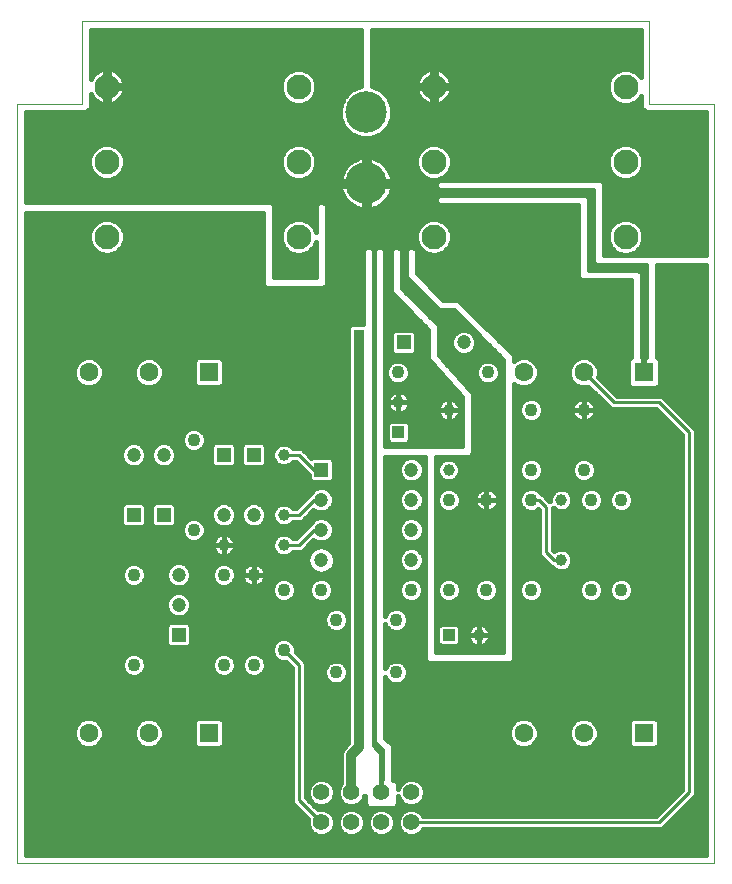
<source format=gtl>
G75*
%MOIN*%
%OFA0B0*%
%FSLAX25Y25*%
%IPPOS*%
%LPD*%
%AMOC8*
5,1,8,0,0,1.08239X$1,22.5*
%
%ADD10R,0.06299X0.06299*%
%ADD11C,0.06299*%
%ADD12C,0.03937*%
%ADD13C,0.04331*%
%ADD14R,0.03937X0.03937*%
%ADD15C,0.04724*%
%ADD16R,0.04724X0.04724*%
%ADD17C,0.08268*%
%ADD18C,0.13843*%
%ADD19C,0.05512*%
%ADD20C,0.00000*%
%ADD21C,0.03200*%
%ADD22R,0.03562X0.03562*%
%ADD23C,0.01600*%
%ADD24C,0.01000*%
D10*
X0068750Y0049113D03*
X0068750Y0169363D03*
X0213750Y0169363D03*
X0213750Y0049113D03*
D11*
X0193750Y0049113D03*
X0173750Y0049113D03*
X0173750Y0169363D03*
X0193750Y0169363D03*
X0048750Y0169363D03*
X0028750Y0169363D03*
X0028750Y0049113D03*
X0048750Y0049113D03*
D12*
X0073750Y0111800D03*
X0093750Y0111800D03*
X0093750Y0121800D03*
X0093750Y0141800D03*
X0132000Y0159300D03*
X0148750Y0156800D03*
X0148750Y0136800D03*
X0186250Y0126800D03*
X0186250Y0106800D03*
X0158750Y0081800D03*
D13*
X0161250Y0096800D03*
X0148750Y0096800D03*
X0136250Y0096800D03*
X0131250Y0086800D03*
X0131250Y0069300D03*
X0111250Y0069300D03*
X0111250Y0086800D03*
X0106250Y0096800D03*
X0093750Y0096800D03*
X0083750Y0101800D03*
X0073750Y0101800D03*
X0063750Y0116800D03*
X0043750Y0101800D03*
X0043750Y0071800D03*
X0073750Y0071800D03*
X0083750Y0071800D03*
X0093750Y0076800D03*
X0148750Y0126800D03*
X0161250Y0126800D03*
X0176250Y0126800D03*
X0176250Y0136800D03*
X0176250Y0156800D03*
X0161750Y0169300D03*
X0131750Y0169300D03*
X0176250Y0096800D03*
X0196250Y0096800D03*
X0206250Y0096800D03*
X0206250Y0126800D03*
X0196250Y0126800D03*
X0193750Y0136800D03*
X0193750Y0156800D03*
X0063750Y0146800D03*
D14*
X0132000Y0149300D03*
X0148750Y0081800D03*
D15*
X0136250Y0106800D03*
X0136250Y0116800D03*
X0136250Y0126800D03*
X0136250Y0136800D03*
X0106250Y0126800D03*
X0106250Y0116800D03*
X0106250Y0106800D03*
X0083750Y0121800D03*
X0073750Y0121800D03*
X0058750Y0101800D03*
X0058750Y0091800D03*
X0053750Y0141800D03*
X0043750Y0141800D03*
X0153750Y0179300D03*
D16*
X0133750Y0179300D03*
X0106250Y0136800D03*
X0083750Y0141800D03*
X0073750Y0141800D03*
X0053750Y0121800D03*
X0043750Y0121800D03*
X0058750Y0081800D03*
D17*
X0034801Y0214550D03*
X0034801Y0239550D03*
X0034801Y0264550D03*
X0098699Y0264550D03*
X0098699Y0239550D03*
X0098699Y0214550D03*
X0143801Y0214550D03*
X0143801Y0239550D03*
X0143801Y0264550D03*
X0207699Y0264550D03*
X0207699Y0239550D03*
X0207699Y0214550D03*
D18*
X0121250Y0232388D03*
X0121250Y0256010D03*
D19*
X0116250Y0029300D03*
X0116250Y0019300D03*
X0106250Y0019300D03*
X0106250Y0029300D03*
X0126250Y0029300D03*
X0126250Y0019300D03*
X0136250Y0019300D03*
X0136250Y0029300D03*
D20*
X0237283Y0005800D02*
X0005000Y0005800D01*
X0005000Y0258831D01*
X0026654Y0258831D01*
X0026654Y0286391D01*
X0215630Y0286391D01*
X0215630Y0258831D01*
X0237283Y0258831D01*
X0237283Y0005800D01*
D21*
X0118750Y0044300D02*
X0118750Y0181800D01*
X0118750Y0044300D02*
X0116250Y0041800D01*
X0116250Y0029300D01*
D22*
X0118750Y0181800D03*
D23*
X0115169Y0181530D02*
X0007800Y0181530D01*
X0007800Y0179932D02*
X0115169Y0179932D01*
X0115169Y0179273D02*
X0115350Y0179092D01*
X0115350Y0045708D01*
X0113368Y0043726D01*
X0112850Y0042476D01*
X0112850Y0032343D01*
X0112388Y0031881D01*
X0111694Y0030206D01*
X0111694Y0028394D01*
X0112388Y0026719D01*
X0113669Y0025438D01*
X0115344Y0024744D01*
X0117156Y0024744D01*
X0118831Y0025438D01*
X0120112Y0026719D01*
X0120700Y0028138D01*
X0120700Y0025304D01*
X0121754Y0024250D01*
X0130746Y0024250D01*
X0131800Y0025304D01*
X0131800Y0028138D01*
X0132388Y0026719D01*
X0133669Y0025438D01*
X0135344Y0024744D01*
X0137156Y0024744D01*
X0138831Y0025438D01*
X0140112Y0026719D01*
X0140806Y0028394D01*
X0140806Y0030206D01*
X0140112Y0031881D01*
X0138831Y0033162D01*
X0137156Y0033856D01*
X0135344Y0033856D01*
X0133669Y0033162D01*
X0132388Y0031881D01*
X0131800Y0030462D01*
X0131800Y0032546D01*
X0130746Y0033600D01*
X0130050Y0033600D01*
X0130050Y0045046D01*
X0127550Y0047546D01*
X0127550Y0067871D01*
X0127888Y0067054D01*
X0129004Y0065938D01*
X0130461Y0065335D01*
X0132039Y0065335D01*
X0133496Y0065938D01*
X0134612Y0067054D01*
X0135215Y0068511D01*
X0135215Y0070089D01*
X0134612Y0071546D01*
X0133496Y0072662D01*
X0132039Y0073265D01*
X0130461Y0073265D01*
X0129004Y0072662D01*
X0127888Y0071546D01*
X0127550Y0070729D01*
X0127550Y0085371D01*
X0127888Y0084554D01*
X0129004Y0083438D01*
X0130461Y0082835D01*
X0132039Y0082835D01*
X0133496Y0083438D01*
X0134612Y0084554D01*
X0135215Y0086011D01*
X0135215Y0087589D01*
X0134612Y0089046D01*
X0133496Y0090162D01*
X0132039Y0090765D01*
X0130461Y0090765D01*
X0129004Y0090162D01*
X0127888Y0089046D01*
X0127550Y0088229D01*
X0127550Y0141250D01*
X0140950Y0141250D01*
X0140950Y0073554D01*
X0142004Y0072500D01*
X0169496Y0072500D01*
X0170550Y0073554D01*
X0170550Y0165563D01*
X0170946Y0165167D01*
X0172765Y0164413D01*
X0174735Y0164413D01*
X0176554Y0165167D01*
X0177946Y0166559D01*
X0178700Y0168378D01*
X0178700Y0170348D01*
X0177946Y0172167D01*
X0176554Y0173559D01*
X0174735Y0174313D01*
X0172765Y0174313D01*
X0170946Y0173559D01*
X0170550Y0173163D01*
X0170550Y0175046D01*
X0151996Y0193600D01*
X0146996Y0193600D01*
X0138050Y0202546D01*
X0138050Y0210046D01*
X0136996Y0211100D01*
X0135504Y0211100D01*
X0134450Y0210046D01*
X0134450Y0201054D01*
X0135504Y0200000D01*
X0145504Y0190000D01*
X0150504Y0190000D01*
X0166950Y0173554D01*
X0166950Y0076100D01*
X0144550Y0076100D01*
X0144550Y0141250D01*
X0155746Y0141250D01*
X0156800Y0142304D01*
X0156800Y0161753D01*
X0156837Y0162450D01*
X0156800Y0162491D01*
X0156800Y0162546D01*
X0156306Y0163039D01*
X0145550Y0174991D01*
X0145550Y0185046D01*
X0133050Y0197546D01*
X0133050Y0210046D01*
X0131996Y0211100D01*
X0130504Y0211100D01*
X0129450Y0210046D01*
X0129450Y0196054D01*
X0130504Y0195000D01*
X0141950Y0183554D01*
X0141950Y0174347D01*
X0141913Y0173650D01*
X0141950Y0173609D01*
X0141950Y0173554D01*
X0142444Y0173061D01*
X0153200Y0161109D01*
X0153200Y0144850D01*
X0127550Y0144850D01*
X0127550Y0210046D01*
X0126496Y0211100D01*
X0125004Y0211100D01*
X0123950Y0210046D01*
X0123950Y0046054D01*
X0126450Y0043554D01*
X0126450Y0033856D01*
X0126250Y0033856D01*
X0126250Y0029300D01*
X0126250Y0029300D01*
X0126250Y0033856D01*
X0126050Y0033856D01*
X0126050Y0041753D01*
X0126087Y0042450D01*
X0126050Y0042491D01*
X0126050Y0042546D01*
X0125556Y0043039D01*
X0123800Y0044991D01*
X0123800Y0210046D01*
X0122746Y0211100D01*
X0121254Y0211100D01*
X0120200Y0210046D01*
X0120200Y0185381D01*
X0116223Y0185381D01*
X0115169Y0184327D01*
X0115169Y0179273D01*
X0115350Y0178333D02*
X0007800Y0178333D01*
X0007800Y0176735D02*
X0115350Y0176735D01*
X0115350Y0175136D02*
X0007800Y0175136D01*
X0007800Y0173538D02*
X0025925Y0173538D01*
X0025946Y0173559D02*
X0024554Y0172167D01*
X0023800Y0170348D01*
X0023800Y0168378D01*
X0024554Y0166559D01*
X0025946Y0165167D01*
X0027765Y0164413D01*
X0029735Y0164413D01*
X0031554Y0165167D01*
X0032946Y0166559D01*
X0033700Y0168378D01*
X0033700Y0170348D01*
X0032946Y0172167D01*
X0031554Y0173559D01*
X0029735Y0174313D01*
X0027765Y0174313D01*
X0025946Y0173559D01*
X0024460Y0171939D02*
X0007800Y0171939D01*
X0007800Y0170341D02*
X0023800Y0170341D01*
X0023800Y0168742D02*
X0007800Y0168742D01*
X0007800Y0167144D02*
X0024312Y0167144D01*
X0025568Y0165545D02*
X0007800Y0165545D01*
X0007800Y0163947D02*
X0115350Y0163947D01*
X0115350Y0165545D02*
X0073700Y0165545D01*
X0073700Y0165468D02*
X0073700Y0173258D01*
X0072645Y0174313D01*
X0064855Y0174313D01*
X0063800Y0173258D01*
X0063800Y0165468D01*
X0064855Y0164413D01*
X0072645Y0164413D01*
X0073700Y0165468D01*
X0073700Y0167144D02*
X0115350Y0167144D01*
X0115350Y0168742D02*
X0073700Y0168742D01*
X0073700Y0170341D02*
X0115350Y0170341D01*
X0115350Y0171939D02*
X0073700Y0171939D01*
X0073420Y0173538D02*
X0115350Y0173538D01*
X0123800Y0173538D02*
X0123950Y0173538D01*
X0123950Y0175136D02*
X0123800Y0175136D01*
X0123800Y0176735D02*
X0123950Y0176735D01*
X0123950Y0178333D02*
X0123800Y0178333D01*
X0123800Y0179932D02*
X0123950Y0179932D01*
X0123950Y0181530D02*
X0123800Y0181530D01*
X0123800Y0183129D02*
X0123950Y0183129D01*
X0123950Y0184727D02*
X0123800Y0184727D01*
X0123800Y0186326D02*
X0123950Y0186326D01*
X0123950Y0187924D02*
X0123800Y0187924D01*
X0123800Y0189523D02*
X0123950Y0189523D01*
X0123950Y0191121D02*
X0123800Y0191121D01*
X0123800Y0192720D02*
X0123950Y0192720D01*
X0123950Y0194318D02*
X0123800Y0194318D01*
X0123800Y0195917D02*
X0123950Y0195917D01*
X0123950Y0197515D02*
X0123800Y0197515D01*
X0123800Y0199114D02*
X0123950Y0199114D01*
X0123950Y0200712D02*
X0123800Y0200712D01*
X0123800Y0202311D02*
X0123950Y0202311D01*
X0123950Y0203909D02*
X0123800Y0203909D01*
X0123800Y0205508D02*
X0123950Y0205508D01*
X0123950Y0207106D02*
X0123800Y0207106D01*
X0123800Y0208705D02*
X0123950Y0208705D01*
X0124208Y0210303D02*
X0123542Y0210303D01*
X0120458Y0210303D02*
X0108050Y0210303D01*
X0108050Y0208705D02*
X0120200Y0208705D01*
X0120200Y0207106D02*
X0108050Y0207106D01*
X0108050Y0205508D02*
X0120200Y0205508D01*
X0120200Y0203909D02*
X0108050Y0203909D01*
X0108050Y0202311D02*
X0120200Y0202311D01*
X0120200Y0200712D02*
X0108050Y0200712D01*
X0108050Y0199114D02*
X0120200Y0199114D01*
X0120200Y0197515D02*
X0107011Y0197515D01*
X0106996Y0197500D02*
X0108050Y0198554D01*
X0108050Y0225046D01*
X0106996Y0226100D01*
X0105504Y0226100D01*
X0104450Y0225046D01*
X0104450Y0216171D01*
X0103729Y0217911D01*
X0102060Y0219580D01*
X0099879Y0220484D01*
X0097518Y0220484D01*
X0095338Y0219580D01*
X0093668Y0217911D01*
X0092765Y0215730D01*
X0092765Y0213370D01*
X0093668Y0211189D01*
X0095338Y0209520D01*
X0097518Y0208616D01*
X0099879Y0208616D01*
X0102060Y0209520D01*
X0103729Y0211189D01*
X0104450Y0212929D01*
X0104450Y0201100D01*
X0090550Y0201100D01*
X0090550Y0225046D01*
X0089496Y0226100D01*
X0007800Y0226100D01*
X0007800Y0256031D01*
X0027210Y0256031D01*
X0028240Y0256458D01*
X0029027Y0257245D01*
X0029454Y0258275D01*
X0029454Y0261975D01*
X0029726Y0261440D01*
X0030275Y0260684D01*
X0030936Y0260024D01*
X0031691Y0259475D01*
X0032523Y0259051D01*
X0033412Y0258762D01*
X0034223Y0258634D01*
X0034223Y0263972D01*
X0035379Y0263972D01*
X0035379Y0258634D01*
X0036191Y0258762D01*
X0037079Y0259051D01*
X0037911Y0259475D01*
X0038667Y0260024D01*
X0039327Y0260684D01*
X0039876Y0261440D01*
X0040300Y0262272D01*
X0040589Y0263160D01*
X0040717Y0263972D01*
X0035379Y0263972D01*
X0035379Y0265128D01*
X0034223Y0265128D01*
X0034223Y0270466D01*
X0033412Y0270338D01*
X0032523Y0270049D01*
X0031691Y0269625D01*
X0030936Y0269076D01*
X0030275Y0268416D01*
X0029726Y0267660D01*
X0029454Y0267125D01*
X0029454Y0283591D01*
X0119450Y0283591D01*
X0119450Y0264704D01*
X0116310Y0263404D01*
X0113856Y0260950D01*
X0112529Y0257745D01*
X0112529Y0254275D01*
X0113856Y0251070D01*
X0116310Y0248617D01*
X0119515Y0247289D01*
X0122985Y0247289D01*
X0126190Y0248617D01*
X0128644Y0251070D01*
X0129971Y0254275D01*
X0129971Y0257745D01*
X0128644Y0260950D01*
X0126190Y0263404D01*
X0123050Y0264704D01*
X0123050Y0283591D01*
X0212830Y0283591D01*
X0212830Y0267668D01*
X0212729Y0267911D01*
X0211060Y0269580D01*
X0208879Y0270484D01*
X0206518Y0270484D01*
X0204338Y0269580D01*
X0202668Y0267911D01*
X0201765Y0265730D01*
X0201765Y0263370D01*
X0202668Y0261189D01*
X0204338Y0259520D01*
X0206518Y0258616D01*
X0208879Y0258616D01*
X0211060Y0259520D01*
X0212729Y0261189D01*
X0212830Y0261432D01*
X0212830Y0258275D01*
X0213256Y0257245D01*
X0214044Y0256458D01*
X0215073Y0256031D01*
X0234483Y0256031D01*
X0234483Y0208600D01*
X0200550Y0208600D01*
X0200550Y0232546D01*
X0199496Y0233600D01*
X0145504Y0233600D01*
X0144450Y0232546D01*
X0144450Y0231054D01*
X0145504Y0230000D01*
X0196950Y0230000D01*
X0196950Y0206054D01*
X0198004Y0205000D01*
X0214450Y0205000D01*
X0214450Y0174313D01*
X0213836Y0174313D01*
X0213836Y0169449D01*
X0213664Y0169449D01*
X0213664Y0174313D01*
X0213050Y0174313D01*
X0213050Y0202546D01*
X0211996Y0203600D01*
X0195550Y0203600D01*
X0195550Y0227546D01*
X0194496Y0228600D01*
X0145504Y0228600D01*
X0144450Y0227546D01*
X0144450Y0226054D01*
X0145504Y0225000D01*
X0191950Y0225000D01*
X0191950Y0201054D01*
X0193004Y0200000D01*
X0209450Y0200000D01*
X0209450Y0174546D01*
X0208450Y0173546D01*
X0208450Y0165054D01*
X0209504Y0164000D01*
X0210996Y0164000D01*
X0216504Y0164000D01*
X0217996Y0164000D01*
X0219050Y0165054D01*
X0219050Y0173546D01*
X0218050Y0174546D01*
X0218050Y0205000D01*
X0234483Y0205000D01*
X0234483Y0008600D01*
X0007800Y0008600D01*
X0007800Y0222500D01*
X0086950Y0222500D01*
X0086950Y0198554D01*
X0088004Y0197500D01*
X0106996Y0197500D01*
X0104450Y0202311D02*
X0090550Y0202311D01*
X0090550Y0203909D02*
X0104450Y0203909D01*
X0104450Y0205508D02*
X0090550Y0205508D01*
X0090550Y0207106D02*
X0104450Y0207106D01*
X0104450Y0208705D02*
X0100094Y0208705D01*
X0102844Y0210303D02*
X0104450Y0210303D01*
X0104450Y0211902D02*
X0104025Y0211902D01*
X0104232Y0216698D02*
X0104450Y0216698D01*
X0104450Y0218296D02*
X0103345Y0218296D01*
X0104450Y0219895D02*
X0101302Y0219895D01*
X0104450Y0221493D02*
X0090550Y0221493D01*
X0090550Y0219895D02*
X0096096Y0219895D01*
X0094053Y0218296D02*
X0090550Y0218296D01*
X0090550Y0216698D02*
X0093166Y0216698D01*
X0092765Y0215099D02*
X0090550Y0215099D01*
X0090550Y0213501D02*
X0092765Y0213501D01*
X0093373Y0211902D02*
X0090550Y0211902D01*
X0090550Y0210303D02*
X0094554Y0210303D01*
X0097304Y0208705D02*
X0090550Y0208705D01*
X0086950Y0208705D02*
X0036196Y0208705D01*
X0035981Y0208616D02*
X0038162Y0209520D01*
X0039832Y0211189D01*
X0040735Y0213370D01*
X0040735Y0215730D01*
X0039832Y0217911D01*
X0038162Y0219580D01*
X0035981Y0220484D01*
X0033621Y0220484D01*
X0031440Y0219580D01*
X0029771Y0217911D01*
X0028867Y0215730D01*
X0028867Y0213370D01*
X0029771Y0211189D01*
X0031440Y0209520D01*
X0033621Y0208616D01*
X0035981Y0208616D01*
X0033406Y0208705D02*
X0007800Y0208705D01*
X0007800Y0210303D02*
X0030656Y0210303D01*
X0029475Y0211902D02*
X0007800Y0211902D01*
X0007800Y0213501D02*
X0028867Y0213501D01*
X0028867Y0215099D02*
X0007800Y0215099D01*
X0007800Y0216698D02*
X0029268Y0216698D01*
X0030155Y0218296D02*
X0007800Y0218296D01*
X0007800Y0219895D02*
X0032198Y0219895D01*
X0037404Y0219895D02*
X0086950Y0219895D01*
X0086950Y0221493D02*
X0007800Y0221493D01*
X0007800Y0226289D02*
X0115016Y0226289D01*
X0114679Y0226625D02*
X0115487Y0225817D01*
X0116394Y0225121D01*
X0117384Y0224549D01*
X0118441Y0224112D01*
X0119545Y0223816D01*
X0120450Y0223697D01*
X0120450Y0231588D01*
X0112559Y0231588D01*
X0112678Y0230683D01*
X0112974Y0229579D01*
X0113411Y0228522D01*
X0113983Y0227532D01*
X0114679Y0226625D01*
X0113778Y0227887D02*
X0007800Y0227887D01*
X0007800Y0229486D02*
X0113012Y0229486D01*
X0112625Y0231084D02*
X0007800Y0231084D01*
X0007800Y0232683D02*
X0120450Y0232683D01*
X0120450Y0233188D02*
X0120450Y0231588D01*
X0122050Y0231588D01*
X0122050Y0233188D01*
X0120450Y0233188D01*
X0120450Y0241079D01*
X0119545Y0240960D01*
X0118441Y0240664D01*
X0117384Y0240227D01*
X0116394Y0239655D01*
X0115487Y0238959D01*
X0114679Y0238151D01*
X0113983Y0237244D01*
X0113411Y0236254D01*
X0112974Y0235197D01*
X0112678Y0234093D01*
X0112559Y0233188D01*
X0120450Y0233188D01*
X0120450Y0234281D02*
X0122050Y0234281D01*
X0122050Y0233188D02*
X0122050Y0241079D01*
X0122955Y0240960D01*
X0124059Y0240664D01*
X0125116Y0240227D01*
X0126106Y0239655D01*
X0127013Y0238959D01*
X0127821Y0238151D01*
X0128517Y0237244D01*
X0129089Y0236254D01*
X0129526Y0235197D01*
X0129822Y0234093D01*
X0129941Y0233188D01*
X0122050Y0233188D01*
X0122050Y0232683D02*
X0144587Y0232683D01*
X0144981Y0233616D02*
X0147162Y0234520D01*
X0148832Y0236189D01*
X0149735Y0238370D01*
X0149735Y0240730D01*
X0148832Y0242911D01*
X0147162Y0244580D01*
X0144981Y0245484D01*
X0142621Y0245484D01*
X0140440Y0244580D01*
X0138771Y0242911D01*
X0137867Y0240730D01*
X0137867Y0238370D01*
X0138771Y0236189D01*
X0140440Y0234520D01*
X0142621Y0233616D01*
X0144981Y0233616D01*
X0146587Y0234281D02*
X0204913Y0234281D01*
X0204338Y0234520D02*
X0206518Y0233616D01*
X0208879Y0233616D01*
X0211060Y0234520D01*
X0212729Y0236189D01*
X0213633Y0238370D01*
X0213633Y0240730D01*
X0212729Y0242911D01*
X0211060Y0244580D01*
X0208879Y0245484D01*
X0206518Y0245484D01*
X0204338Y0244580D01*
X0202668Y0242911D01*
X0201765Y0240730D01*
X0201765Y0238370D01*
X0202668Y0236189D01*
X0204338Y0234520D01*
X0202977Y0235880D02*
X0148523Y0235880D01*
X0149366Y0237478D02*
X0202134Y0237478D01*
X0201765Y0239077D02*
X0149735Y0239077D01*
X0149735Y0240675D02*
X0201765Y0240675D01*
X0202404Y0242274D02*
X0149096Y0242274D01*
X0147871Y0243872D02*
X0203629Y0243872D01*
X0206487Y0245471D02*
X0145013Y0245471D01*
X0142589Y0245471D02*
X0099911Y0245471D01*
X0099879Y0245484D02*
X0097518Y0245484D01*
X0095338Y0244580D01*
X0093668Y0242911D01*
X0092765Y0240730D01*
X0092765Y0238370D01*
X0093668Y0236189D01*
X0095338Y0234520D01*
X0097518Y0233616D01*
X0099879Y0233616D01*
X0102060Y0234520D01*
X0103729Y0236189D01*
X0104633Y0238370D01*
X0104633Y0240730D01*
X0103729Y0242911D01*
X0102060Y0244580D01*
X0099879Y0245484D01*
X0097487Y0245471D02*
X0036013Y0245471D01*
X0035981Y0245484D02*
X0033621Y0245484D01*
X0031440Y0244580D01*
X0029771Y0242911D01*
X0028867Y0240730D01*
X0028867Y0238370D01*
X0029771Y0236189D01*
X0031440Y0234520D01*
X0033621Y0233616D01*
X0035981Y0233616D01*
X0038162Y0234520D01*
X0039832Y0236189D01*
X0040735Y0238370D01*
X0040735Y0240730D01*
X0039832Y0242911D01*
X0038162Y0244580D01*
X0035981Y0245484D01*
X0033589Y0245471D02*
X0007800Y0245471D01*
X0007800Y0247069D02*
X0234483Y0247069D01*
X0234483Y0245471D02*
X0208911Y0245471D01*
X0211768Y0243872D02*
X0234483Y0243872D01*
X0234483Y0242274D02*
X0212993Y0242274D01*
X0213633Y0240675D02*
X0234483Y0240675D01*
X0234483Y0239077D02*
X0213633Y0239077D01*
X0213263Y0237478D02*
X0234483Y0237478D01*
X0234483Y0235880D02*
X0212420Y0235880D01*
X0210485Y0234281D02*
X0234483Y0234281D01*
X0234483Y0232683D02*
X0200413Y0232683D01*
X0200550Y0231084D02*
X0234483Y0231084D01*
X0234483Y0229486D02*
X0200550Y0229486D01*
X0200550Y0227887D02*
X0234483Y0227887D01*
X0234483Y0226289D02*
X0200550Y0226289D01*
X0200550Y0224690D02*
X0234483Y0224690D01*
X0234483Y0223092D02*
X0200550Y0223092D01*
X0200550Y0221493D02*
X0234483Y0221493D01*
X0234483Y0219895D02*
X0210302Y0219895D01*
X0211060Y0219580D02*
X0208879Y0220484D01*
X0206518Y0220484D01*
X0204338Y0219580D01*
X0202668Y0217911D01*
X0201765Y0215730D01*
X0201765Y0213370D01*
X0202668Y0211189D01*
X0204338Y0209520D01*
X0206518Y0208616D01*
X0208879Y0208616D01*
X0211060Y0209520D01*
X0212729Y0211189D01*
X0213633Y0213370D01*
X0213633Y0215730D01*
X0212729Y0217911D01*
X0211060Y0219580D01*
X0212345Y0218296D02*
X0234483Y0218296D01*
X0234483Y0216698D02*
X0213232Y0216698D01*
X0213633Y0215099D02*
X0234483Y0215099D01*
X0234483Y0213501D02*
X0213633Y0213501D01*
X0213025Y0211902D02*
X0234483Y0211902D01*
X0234483Y0210303D02*
X0211844Y0210303D01*
X0209094Y0208705D02*
X0234483Y0208705D01*
X0234483Y0203909D02*
X0218050Y0203909D01*
X0218050Y0202311D02*
X0234483Y0202311D01*
X0234483Y0200712D02*
X0218050Y0200712D01*
X0218050Y0199114D02*
X0234483Y0199114D01*
X0234483Y0197515D02*
X0218050Y0197515D01*
X0218050Y0195917D02*
X0234483Y0195917D01*
X0234483Y0194318D02*
X0218050Y0194318D01*
X0218050Y0192720D02*
X0234483Y0192720D01*
X0234483Y0191121D02*
X0218050Y0191121D01*
X0218050Y0189523D02*
X0234483Y0189523D01*
X0234483Y0187924D02*
X0218050Y0187924D01*
X0218050Y0186326D02*
X0234483Y0186326D01*
X0234483Y0184727D02*
X0218050Y0184727D01*
X0218050Y0183129D02*
X0234483Y0183129D01*
X0234483Y0181530D02*
X0218050Y0181530D01*
X0218050Y0179932D02*
X0234483Y0179932D01*
X0234483Y0178333D02*
X0218050Y0178333D01*
X0218050Y0176735D02*
X0234483Y0176735D01*
X0234483Y0175136D02*
X0218050Y0175136D01*
X0219050Y0173538D02*
X0234483Y0173538D01*
X0234483Y0171939D02*
X0219050Y0171939D01*
X0219050Y0170341D02*
X0234483Y0170341D01*
X0234483Y0168742D02*
X0219050Y0168742D01*
X0219050Y0167144D02*
X0234483Y0167144D01*
X0234483Y0165545D02*
X0219050Y0165545D01*
X0219703Y0161600D02*
X0204707Y0161600D01*
X0198485Y0167861D01*
X0198700Y0168378D01*
X0198700Y0170348D01*
X0197946Y0172167D01*
X0196554Y0173559D01*
X0194735Y0174313D01*
X0192765Y0174313D01*
X0190946Y0173559D01*
X0189554Y0172167D01*
X0188800Y0170348D01*
X0188800Y0168378D01*
X0189554Y0166559D01*
X0190946Y0165167D01*
X0192765Y0164413D01*
X0194735Y0164413D01*
X0195224Y0164616D01*
X0201450Y0158352D01*
X0201450Y0158347D01*
X0202120Y0157677D01*
X0202790Y0157003D01*
X0202794Y0157003D01*
X0202797Y0157000D01*
X0203747Y0157000D01*
X0204695Y0156997D01*
X0204698Y0157000D01*
X0217797Y0157000D01*
X0226450Y0148347D01*
X0226450Y0030253D01*
X0217797Y0021600D01*
X0140229Y0021600D01*
X0140112Y0021881D01*
X0138831Y0023162D01*
X0137156Y0023856D01*
X0135344Y0023856D01*
X0133669Y0023162D01*
X0132388Y0021881D01*
X0131694Y0020206D01*
X0131694Y0018394D01*
X0132388Y0016719D01*
X0133669Y0015438D01*
X0135344Y0014744D01*
X0137156Y0014744D01*
X0138831Y0015438D01*
X0140112Y0016719D01*
X0140229Y0017000D01*
X0219703Y0017000D01*
X0229703Y0027000D01*
X0231050Y0028347D01*
X0231050Y0150253D01*
X0221050Y0160253D01*
X0219703Y0161600D01*
X0220553Y0160750D02*
X0234483Y0160750D01*
X0234483Y0162348D02*
X0203963Y0162348D01*
X0202375Y0163947D02*
X0234483Y0163947D01*
X0234483Y0159151D02*
X0222152Y0159151D01*
X0223750Y0157553D02*
X0234483Y0157553D01*
X0234483Y0155954D02*
X0225349Y0155954D01*
X0226947Y0154356D02*
X0234483Y0154356D01*
X0234483Y0152757D02*
X0228546Y0152757D01*
X0230144Y0151159D02*
X0234483Y0151159D01*
X0234483Y0149560D02*
X0231050Y0149560D01*
X0231050Y0147962D02*
X0234483Y0147962D01*
X0234483Y0146363D02*
X0231050Y0146363D01*
X0231050Y0144765D02*
X0234483Y0144765D01*
X0234483Y0143166D02*
X0231050Y0143166D01*
X0231050Y0141568D02*
X0234483Y0141568D01*
X0234483Y0139969D02*
X0231050Y0139969D01*
X0231050Y0138370D02*
X0234483Y0138370D01*
X0234483Y0136772D02*
X0231050Y0136772D01*
X0231050Y0135173D02*
X0234483Y0135173D01*
X0234483Y0133575D02*
X0231050Y0133575D01*
X0231050Y0131976D02*
X0234483Y0131976D01*
X0234483Y0130378D02*
X0231050Y0130378D01*
X0231050Y0128779D02*
X0234483Y0128779D01*
X0234483Y0127181D02*
X0231050Y0127181D01*
X0231050Y0125582D02*
X0234483Y0125582D01*
X0234483Y0123984D02*
X0231050Y0123984D01*
X0231050Y0122385D02*
X0234483Y0122385D01*
X0234483Y0120787D02*
X0231050Y0120787D01*
X0231050Y0119188D02*
X0234483Y0119188D01*
X0234483Y0117590D02*
X0231050Y0117590D01*
X0231050Y0115991D02*
X0234483Y0115991D01*
X0234483Y0114393D02*
X0231050Y0114393D01*
X0231050Y0112794D02*
X0234483Y0112794D01*
X0234483Y0111196D02*
X0231050Y0111196D01*
X0231050Y0109597D02*
X0234483Y0109597D01*
X0234483Y0107999D02*
X0231050Y0107999D01*
X0231050Y0106400D02*
X0234483Y0106400D01*
X0234483Y0104802D02*
X0231050Y0104802D01*
X0231050Y0103203D02*
X0234483Y0103203D01*
X0234483Y0101605D02*
X0231050Y0101605D01*
X0231050Y0100006D02*
X0234483Y0100006D01*
X0234483Y0098408D02*
X0231050Y0098408D01*
X0231050Y0096809D02*
X0234483Y0096809D01*
X0234483Y0095211D02*
X0231050Y0095211D01*
X0231050Y0093612D02*
X0234483Y0093612D01*
X0234483Y0092014D02*
X0231050Y0092014D01*
X0231050Y0090415D02*
X0234483Y0090415D01*
X0234483Y0088817D02*
X0231050Y0088817D01*
X0231050Y0087218D02*
X0234483Y0087218D01*
X0234483Y0085620D02*
X0231050Y0085620D01*
X0231050Y0084021D02*
X0234483Y0084021D01*
X0234483Y0082423D02*
X0231050Y0082423D01*
X0231050Y0080824D02*
X0234483Y0080824D01*
X0234483Y0079226D02*
X0231050Y0079226D01*
X0231050Y0077627D02*
X0234483Y0077627D01*
X0234483Y0076029D02*
X0231050Y0076029D01*
X0231050Y0074430D02*
X0234483Y0074430D01*
X0234483Y0072832D02*
X0231050Y0072832D01*
X0231050Y0071233D02*
X0234483Y0071233D01*
X0234483Y0069634D02*
X0231050Y0069634D01*
X0231050Y0068036D02*
X0234483Y0068036D01*
X0234483Y0066437D02*
X0231050Y0066437D01*
X0231050Y0064839D02*
X0234483Y0064839D01*
X0234483Y0063240D02*
X0231050Y0063240D01*
X0231050Y0061642D02*
X0234483Y0061642D01*
X0234483Y0060043D02*
X0231050Y0060043D01*
X0231050Y0058445D02*
X0234483Y0058445D01*
X0234483Y0056846D02*
X0231050Y0056846D01*
X0231050Y0055248D02*
X0234483Y0055248D01*
X0234483Y0053649D02*
X0231050Y0053649D01*
X0231050Y0052051D02*
X0234483Y0052051D01*
X0234483Y0050452D02*
X0231050Y0050452D01*
X0231050Y0048854D02*
X0234483Y0048854D01*
X0234483Y0047255D02*
X0231050Y0047255D01*
X0231050Y0045657D02*
X0234483Y0045657D01*
X0234483Y0044058D02*
X0231050Y0044058D01*
X0231050Y0042460D02*
X0234483Y0042460D01*
X0234483Y0040861D02*
X0231050Y0040861D01*
X0231050Y0039263D02*
X0234483Y0039263D01*
X0234483Y0037664D02*
X0231050Y0037664D01*
X0231050Y0036066D02*
X0234483Y0036066D01*
X0234483Y0034467D02*
X0231050Y0034467D01*
X0231050Y0032869D02*
X0234483Y0032869D01*
X0234483Y0031270D02*
X0231050Y0031270D01*
X0231050Y0029672D02*
X0234483Y0029672D01*
X0234483Y0028073D02*
X0230776Y0028073D01*
X0229177Y0026475D02*
X0234483Y0026475D01*
X0234483Y0024876D02*
X0227579Y0024876D01*
X0225980Y0023278D02*
X0234483Y0023278D01*
X0234483Y0021679D02*
X0224382Y0021679D01*
X0222783Y0020081D02*
X0234483Y0020081D01*
X0234483Y0018482D02*
X0221185Y0018482D01*
X0217876Y0021679D02*
X0140196Y0021679D01*
X0138552Y0023278D02*
X0219475Y0023278D01*
X0221073Y0024876D02*
X0137475Y0024876D01*
X0135025Y0024876D02*
X0131372Y0024876D01*
X0131800Y0026475D02*
X0132632Y0026475D01*
X0131827Y0028073D02*
X0131800Y0028073D01*
X0131800Y0031270D02*
X0132135Y0031270D01*
X0131477Y0032869D02*
X0133376Y0032869D01*
X0130050Y0034467D02*
X0226450Y0034467D01*
X0226450Y0032869D02*
X0139124Y0032869D01*
X0140365Y0031270D02*
X0226450Y0031270D01*
X0225869Y0029672D02*
X0140806Y0029672D01*
X0140673Y0028073D02*
X0224271Y0028073D01*
X0222672Y0026475D02*
X0139868Y0026475D01*
X0133948Y0023278D02*
X0128552Y0023278D01*
X0128831Y0023162D02*
X0127156Y0023856D01*
X0125344Y0023856D01*
X0123669Y0023162D01*
X0122388Y0021881D01*
X0121694Y0020206D01*
X0121694Y0018394D01*
X0122388Y0016719D01*
X0123669Y0015438D01*
X0125344Y0014744D01*
X0127156Y0014744D01*
X0128831Y0015438D01*
X0130112Y0016719D01*
X0130806Y0018394D01*
X0130806Y0020206D01*
X0130112Y0021881D01*
X0128831Y0023162D01*
X0130196Y0021679D02*
X0132304Y0021679D01*
X0131694Y0020081D02*
X0130806Y0020081D01*
X0130806Y0018482D02*
X0131694Y0018482D01*
X0132320Y0016884D02*
X0130180Y0016884D01*
X0128462Y0015285D02*
X0134038Y0015285D01*
X0138462Y0015285D02*
X0234483Y0015285D01*
X0234483Y0013687D02*
X0007800Y0013687D01*
X0007800Y0015285D02*
X0104038Y0015285D01*
X0103669Y0015438D02*
X0105344Y0014744D01*
X0107156Y0014744D01*
X0108831Y0015438D01*
X0110112Y0016719D01*
X0110806Y0018394D01*
X0110806Y0020206D01*
X0110112Y0021881D01*
X0108831Y0023162D01*
X0107156Y0023856D01*
X0105344Y0023856D01*
X0105063Y0023740D01*
X0101050Y0027753D01*
X0101050Y0072753D01*
X0099703Y0074100D01*
X0097715Y0076087D01*
X0097715Y0077589D01*
X0097112Y0079046D01*
X0095996Y0080162D01*
X0094539Y0080765D01*
X0092961Y0080765D01*
X0091504Y0080162D01*
X0090388Y0079046D01*
X0089785Y0077589D01*
X0089785Y0076011D01*
X0090388Y0074554D01*
X0091504Y0073438D01*
X0092961Y0072835D01*
X0094463Y0072835D01*
X0096450Y0070847D01*
X0096450Y0025847D01*
X0097797Y0024500D01*
X0097797Y0024500D01*
X0101810Y0020487D01*
X0101694Y0020206D01*
X0101694Y0018394D01*
X0102388Y0016719D01*
X0103669Y0015438D01*
X0102320Y0016884D02*
X0007800Y0016884D01*
X0007800Y0018482D02*
X0101694Y0018482D01*
X0101694Y0020081D02*
X0007800Y0020081D01*
X0007800Y0021679D02*
X0100618Y0021679D01*
X0099020Y0023278D02*
X0007800Y0023278D01*
X0007800Y0024876D02*
X0097421Y0024876D01*
X0096450Y0026475D02*
X0007800Y0026475D01*
X0007800Y0028073D02*
X0096450Y0028073D01*
X0096450Y0029672D02*
X0007800Y0029672D01*
X0007800Y0031270D02*
X0096450Y0031270D01*
X0096450Y0032869D02*
X0007800Y0032869D01*
X0007800Y0034467D02*
X0096450Y0034467D01*
X0096450Y0036066D02*
X0007800Y0036066D01*
X0007800Y0037664D02*
X0096450Y0037664D01*
X0096450Y0039263D02*
X0007800Y0039263D01*
X0007800Y0040861D02*
X0096450Y0040861D01*
X0096450Y0042460D02*
X0007800Y0042460D01*
X0007800Y0044058D02*
X0096450Y0044058D01*
X0096450Y0045657D02*
X0073700Y0045657D01*
X0073700Y0045218D02*
X0073700Y0053008D01*
X0072645Y0054063D01*
X0064855Y0054063D01*
X0063800Y0053008D01*
X0063800Y0045218D01*
X0064855Y0044163D01*
X0072645Y0044163D01*
X0073700Y0045218D01*
X0073700Y0047255D02*
X0096450Y0047255D01*
X0096450Y0048854D02*
X0073700Y0048854D01*
X0073700Y0050452D02*
X0096450Y0050452D01*
X0096450Y0052051D02*
X0073700Y0052051D01*
X0073058Y0053649D02*
X0096450Y0053649D01*
X0096450Y0055248D02*
X0007800Y0055248D01*
X0007800Y0056846D02*
X0096450Y0056846D01*
X0096450Y0058445D02*
X0007800Y0058445D01*
X0007800Y0060043D02*
X0096450Y0060043D01*
X0096450Y0061642D02*
X0007800Y0061642D01*
X0007800Y0063240D02*
X0096450Y0063240D01*
X0096450Y0064839D02*
X0007800Y0064839D01*
X0007800Y0066437D02*
X0096450Y0066437D01*
X0096450Y0068036D02*
X0085025Y0068036D01*
X0084539Y0067835D02*
X0085996Y0068438D01*
X0087112Y0069554D01*
X0087715Y0071011D01*
X0087715Y0072589D01*
X0087112Y0074046D01*
X0085996Y0075162D01*
X0084539Y0075765D01*
X0082961Y0075765D01*
X0081504Y0075162D01*
X0080388Y0074046D01*
X0079785Y0072589D01*
X0079785Y0071011D01*
X0080388Y0069554D01*
X0081504Y0068438D01*
X0082961Y0067835D01*
X0084539Y0067835D01*
X0082475Y0068036D02*
X0075025Y0068036D01*
X0074539Y0067835D02*
X0075996Y0068438D01*
X0077112Y0069554D01*
X0077715Y0071011D01*
X0077715Y0072589D01*
X0077112Y0074046D01*
X0075996Y0075162D01*
X0074539Y0075765D01*
X0072961Y0075765D01*
X0071504Y0075162D01*
X0070388Y0074046D01*
X0069785Y0072589D01*
X0069785Y0071011D01*
X0070388Y0069554D01*
X0071504Y0068438D01*
X0072961Y0067835D01*
X0074539Y0067835D01*
X0072475Y0068036D02*
X0045025Y0068036D01*
X0044539Y0067835D02*
X0045996Y0068438D01*
X0047112Y0069554D01*
X0047715Y0071011D01*
X0047715Y0072589D01*
X0047112Y0074046D01*
X0045996Y0075162D01*
X0044539Y0075765D01*
X0042961Y0075765D01*
X0041504Y0075162D01*
X0040388Y0074046D01*
X0039785Y0072589D01*
X0039785Y0071011D01*
X0040388Y0069554D01*
X0041504Y0068438D01*
X0042961Y0067835D01*
X0044539Y0067835D01*
X0042475Y0068036D02*
X0007800Y0068036D01*
X0007800Y0069634D02*
X0040355Y0069634D01*
X0039785Y0071233D02*
X0007800Y0071233D01*
X0007800Y0072832D02*
X0039885Y0072832D01*
X0040772Y0074430D02*
X0007800Y0074430D01*
X0007800Y0076029D02*
X0089785Y0076029D01*
X0089801Y0077627D02*
X0007800Y0077627D01*
X0007800Y0079226D02*
X0054588Y0079226D01*
X0054588Y0078692D02*
X0055642Y0077638D01*
X0061858Y0077638D01*
X0062912Y0078692D01*
X0062912Y0084908D01*
X0061858Y0085962D01*
X0055642Y0085962D01*
X0054588Y0084908D01*
X0054588Y0078692D01*
X0054588Y0080824D02*
X0007800Y0080824D01*
X0007800Y0082423D02*
X0054588Y0082423D01*
X0054588Y0084021D02*
X0007800Y0084021D01*
X0007800Y0085620D02*
X0055300Y0085620D01*
X0056392Y0088271D02*
X0057922Y0087638D01*
X0059578Y0087638D01*
X0061108Y0088271D01*
X0062279Y0089442D01*
X0062912Y0090972D01*
X0062912Y0092628D01*
X0062279Y0094158D01*
X0061108Y0095329D01*
X0059578Y0095962D01*
X0057922Y0095962D01*
X0056392Y0095329D01*
X0055221Y0094158D01*
X0054588Y0092628D01*
X0054588Y0090972D01*
X0055221Y0089442D01*
X0056392Y0088271D01*
X0055847Y0088817D02*
X0007800Y0088817D01*
X0007800Y0090415D02*
X0054818Y0090415D01*
X0054588Y0092014D02*
X0007800Y0092014D01*
X0007800Y0093612D02*
X0054995Y0093612D01*
X0056274Y0095211D02*
X0007800Y0095211D01*
X0007800Y0096809D02*
X0089785Y0096809D01*
X0089785Y0097589D02*
X0089785Y0096011D01*
X0090388Y0094554D01*
X0091504Y0093438D01*
X0092961Y0092835D01*
X0094539Y0092835D01*
X0095996Y0093438D01*
X0097112Y0094554D01*
X0097715Y0096011D01*
X0097715Y0097589D01*
X0097112Y0099046D01*
X0095996Y0100162D01*
X0094539Y0100765D01*
X0092961Y0100765D01*
X0091504Y0100162D01*
X0090388Y0099046D01*
X0089785Y0097589D01*
X0090124Y0098408D02*
X0085811Y0098408D01*
X0085628Y0098286D02*
X0086278Y0098720D01*
X0086830Y0099272D01*
X0087264Y0099922D01*
X0087563Y0100643D01*
X0087715Y0101409D01*
X0087715Y0101800D01*
X0087715Y0102191D01*
X0087563Y0102957D01*
X0087264Y0103678D01*
X0086830Y0104328D01*
X0086278Y0104880D01*
X0085628Y0105314D01*
X0084907Y0105613D01*
X0084141Y0105765D01*
X0083750Y0105765D01*
X0083359Y0105765D01*
X0082593Y0105613D01*
X0081872Y0105314D01*
X0081222Y0104880D01*
X0080670Y0104328D01*
X0080236Y0103678D01*
X0079937Y0102957D01*
X0079785Y0102191D01*
X0079785Y0101800D01*
X0079785Y0101409D01*
X0079937Y0100643D01*
X0080236Y0099922D01*
X0080670Y0099272D01*
X0081222Y0098720D01*
X0081872Y0098286D01*
X0082593Y0097987D01*
X0083359Y0097835D01*
X0083750Y0097835D01*
X0084141Y0097835D01*
X0084907Y0097987D01*
X0085628Y0098286D01*
X0083750Y0098408D02*
X0083750Y0098408D01*
X0083750Y0097835D02*
X0083750Y0101800D01*
X0083750Y0101800D01*
X0083750Y0105765D01*
X0083750Y0101800D01*
X0087715Y0101800D01*
X0083750Y0101800D01*
X0083750Y0101800D01*
X0083750Y0101800D01*
X0079785Y0101800D01*
X0083750Y0101800D01*
X0083750Y0101800D01*
X0083750Y0097835D01*
X0081689Y0098408D02*
X0075922Y0098408D01*
X0075996Y0098438D02*
X0077112Y0099554D01*
X0077715Y0101011D01*
X0077715Y0102589D01*
X0077112Y0104046D01*
X0075996Y0105162D01*
X0074539Y0105765D01*
X0072961Y0105765D01*
X0071504Y0105162D01*
X0070388Y0104046D01*
X0069785Y0102589D01*
X0069785Y0101011D01*
X0070388Y0099554D01*
X0071504Y0098438D01*
X0072961Y0097835D01*
X0074539Y0097835D01*
X0075996Y0098438D01*
X0077299Y0100006D02*
X0080201Y0100006D01*
X0079785Y0101605D02*
X0077715Y0101605D01*
X0077461Y0103203D02*
X0080039Y0103203D01*
X0081144Y0104802D02*
X0076356Y0104802D01*
X0074849Y0108176D02*
X0075535Y0108460D01*
X0076152Y0108873D01*
X0076677Y0109398D01*
X0077090Y0110015D01*
X0077374Y0110701D01*
X0077518Y0111429D01*
X0077518Y0111800D01*
X0077518Y0112171D01*
X0077374Y0112899D01*
X0077090Y0113585D01*
X0076677Y0114202D01*
X0076152Y0114727D01*
X0075535Y0115140D01*
X0074849Y0115424D01*
X0074121Y0115568D01*
X0073750Y0115568D01*
X0073379Y0115568D01*
X0072651Y0115424D01*
X0071965Y0115140D01*
X0071348Y0114727D01*
X0070823Y0114202D01*
X0070410Y0113585D01*
X0070126Y0112899D01*
X0069981Y0112171D01*
X0069981Y0111800D01*
X0069981Y0111429D01*
X0070126Y0110701D01*
X0070410Y0110015D01*
X0070823Y0109398D01*
X0071348Y0108873D01*
X0071965Y0108460D01*
X0072651Y0108176D01*
X0073379Y0108031D01*
X0073750Y0108031D01*
X0073750Y0111800D01*
X0077518Y0111800D01*
X0073750Y0111800D01*
X0073750Y0111800D01*
X0073750Y0111800D01*
X0073750Y0115568D01*
X0073750Y0111800D01*
X0073750Y0108031D01*
X0074121Y0108031D01*
X0074849Y0108176D01*
X0073750Y0109597D02*
X0073750Y0109597D01*
X0073750Y0111196D02*
X0073750Y0111196D01*
X0073750Y0111800D02*
X0073750Y0111800D01*
X0073750Y0111800D01*
X0069981Y0111800D01*
X0073750Y0111800D01*
X0073750Y0112794D02*
X0073750Y0112794D01*
X0073750Y0114393D02*
X0073750Y0114393D01*
X0071013Y0114393D02*
X0066951Y0114393D01*
X0067112Y0114554D02*
X0067715Y0116011D01*
X0067715Y0117589D01*
X0067112Y0119046D01*
X0065996Y0120162D01*
X0064539Y0120765D01*
X0062961Y0120765D01*
X0061504Y0120162D01*
X0060388Y0119046D01*
X0059785Y0117589D01*
X0059785Y0116011D01*
X0060388Y0114554D01*
X0061504Y0113438D01*
X0062961Y0112835D01*
X0064539Y0112835D01*
X0065996Y0113438D01*
X0067112Y0114554D01*
X0067707Y0115991D02*
X0099689Y0115991D01*
X0101287Y0117590D02*
X0067715Y0117590D01*
X0066969Y0119188D02*
X0070475Y0119188D01*
X0070221Y0119442D02*
X0071392Y0118271D01*
X0072922Y0117638D01*
X0074578Y0117638D01*
X0076108Y0118271D01*
X0077279Y0119442D01*
X0077912Y0120972D01*
X0077912Y0122628D01*
X0077279Y0124158D01*
X0076108Y0125329D01*
X0074578Y0125962D01*
X0072922Y0125962D01*
X0071392Y0125329D01*
X0070221Y0124158D01*
X0069588Y0122628D01*
X0069588Y0120972D01*
X0070221Y0119442D01*
X0069665Y0120787D02*
X0057912Y0120787D01*
X0057912Y0122385D02*
X0069588Y0122385D01*
X0070149Y0123984D02*
X0057912Y0123984D01*
X0057912Y0124908D02*
X0056858Y0125962D01*
X0050642Y0125962D01*
X0049588Y0124908D01*
X0049588Y0118692D01*
X0050642Y0117638D01*
X0056858Y0117638D01*
X0057912Y0118692D01*
X0057912Y0124908D01*
X0057238Y0125582D02*
X0072005Y0125582D01*
X0075495Y0125582D02*
X0082005Y0125582D01*
X0081392Y0125329D02*
X0080221Y0124158D01*
X0079588Y0122628D01*
X0079588Y0120972D01*
X0080221Y0119442D01*
X0081392Y0118271D01*
X0082922Y0117638D01*
X0084578Y0117638D01*
X0086108Y0118271D01*
X0087279Y0119442D01*
X0087912Y0120972D01*
X0087912Y0122628D01*
X0087279Y0124158D01*
X0086108Y0125329D01*
X0084578Y0125962D01*
X0082922Y0125962D01*
X0081392Y0125329D01*
X0080149Y0123984D02*
X0077351Y0123984D01*
X0077912Y0122385D02*
X0079588Y0122385D01*
X0079665Y0120787D02*
X0077835Y0120787D01*
X0077025Y0119188D02*
X0080475Y0119188D01*
X0076487Y0114393D02*
X0091013Y0114393D01*
X0090555Y0113935D02*
X0089981Y0112550D01*
X0089981Y0111050D01*
X0090555Y0109665D01*
X0091615Y0108605D01*
X0093000Y0108031D01*
X0094500Y0108031D01*
X0095885Y0108605D01*
X0096779Y0109500D01*
X0099703Y0109500D01*
X0103683Y0113481D01*
X0103892Y0113271D01*
X0105422Y0112638D01*
X0107078Y0112638D01*
X0108608Y0113271D01*
X0109779Y0114442D01*
X0110412Y0115972D01*
X0110412Y0117628D01*
X0109779Y0119158D01*
X0108608Y0120329D01*
X0107078Y0120962D01*
X0105422Y0120962D01*
X0103892Y0120329D01*
X0102721Y0119158D01*
X0102627Y0118930D01*
X0101450Y0117753D01*
X0097797Y0114100D01*
X0096779Y0114100D01*
X0095885Y0114995D01*
X0094500Y0115568D01*
X0093000Y0115568D01*
X0091615Y0114995D01*
X0090555Y0113935D01*
X0090083Y0112794D02*
X0077395Y0112794D01*
X0077472Y0111196D02*
X0089981Y0111196D01*
X0090623Y0109597D02*
X0076811Y0109597D01*
X0070689Y0109597D02*
X0007800Y0109597D01*
X0007800Y0107999D02*
X0101818Y0107999D01*
X0102133Y0109177D02*
X0101496Y0106800D01*
X0102133Y0104423D01*
X0103873Y0102683D01*
X0106250Y0102046D01*
X0108627Y0102683D01*
X0110367Y0104423D01*
X0111004Y0106800D01*
X0110367Y0109177D01*
X0108627Y0110917D01*
X0106250Y0111554D01*
X0103873Y0110917D01*
X0102133Y0109177D01*
X0102554Y0109597D02*
X0099800Y0109597D01*
X0101398Y0111196D02*
X0104914Y0111196D01*
X0105044Y0112794D02*
X0102997Y0112794D01*
X0107456Y0112794D02*
X0115350Y0112794D01*
X0115350Y0111196D02*
X0107586Y0111196D01*
X0109946Y0109597D02*
X0115350Y0109597D01*
X0115350Y0107999D02*
X0110682Y0107999D01*
X0110897Y0106400D02*
X0115350Y0106400D01*
X0115350Y0104802D02*
X0110468Y0104802D01*
X0109147Y0103203D02*
X0115350Y0103203D01*
X0115350Y0101605D02*
X0087715Y0101605D01*
X0087461Y0103203D02*
X0103353Y0103203D01*
X0102032Y0104802D02*
X0086356Y0104802D01*
X0083750Y0104802D02*
X0083750Y0104802D01*
X0083750Y0103203D02*
X0083750Y0103203D01*
X0083750Y0101605D02*
X0083750Y0101605D01*
X0083750Y0100006D02*
X0083750Y0100006D01*
X0087299Y0100006D02*
X0091348Y0100006D01*
X0096152Y0100006D02*
X0103848Y0100006D01*
X0104004Y0100162D02*
X0102888Y0099046D01*
X0102285Y0097589D01*
X0102285Y0096011D01*
X0102888Y0094554D01*
X0104004Y0093438D01*
X0105461Y0092835D01*
X0107039Y0092835D01*
X0108496Y0093438D01*
X0109612Y0094554D01*
X0110215Y0096011D01*
X0110215Y0097589D01*
X0109612Y0099046D01*
X0108496Y0100162D01*
X0107039Y0100765D01*
X0105461Y0100765D01*
X0104004Y0100162D01*
X0102624Y0098408D02*
X0097376Y0098408D01*
X0097715Y0096809D02*
X0102285Y0096809D01*
X0102616Y0095211D02*
X0097384Y0095211D01*
X0096170Y0093612D02*
X0103830Y0093612D01*
X0108670Y0093612D02*
X0115350Y0093612D01*
X0115350Y0092014D02*
X0062912Y0092014D01*
X0062681Y0090415D02*
X0109616Y0090415D01*
X0109004Y0090162D02*
X0110461Y0090765D01*
X0112039Y0090765D01*
X0113496Y0090162D01*
X0114612Y0089046D01*
X0115215Y0087589D01*
X0115215Y0086011D01*
X0114612Y0084554D01*
X0113496Y0083438D01*
X0112039Y0082835D01*
X0110461Y0082835D01*
X0109004Y0083438D01*
X0107888Y0084554D01*
X0107285Y0086011D01*
X0107285Y0087589D01*
X0107888Y0089046D01*
X0109004Y0090162D01*
X0107793Y0088817D02*
X0061653Y0088817D01*
X0062200Y0085620D02*
X0107447Y0085620D01*
X0107285Y0087218D02*
X0007800Y0087218D01*
X0007800Y0098408D02*
X0041578Y0098408D01*
X0041504Y0098438D02*
X0042961Y0097835D01*
X0044539Y0097835D01*
X0045996Y0098438D01*
X0047112Y0099554D01*
X0047715Y0101011D01*
X0047715Y0102589D01*
X0047112Y0104046D01*
X0045996Y0105162D01*
X0044539Y0105765D01*
X0042961Y0105765D01*
X0041504Y0105162D01*
X0040388Y0104046D01*
X0039785Y0102589D01*
X0039785Y0101011D01*
X0040388Y0099554D01*
X0041504Y0098438D01*
X0040201Y0100006D02*
X0007800Y0100006D01*
X0007800Y0101605D02*
X0039785Y0101605D01*
X0040039Y0103203D02*
X0007800Y0103203D01*
X0007800Y0104802D02*
X0041144Y0104802D01*
X0046356Y0104802D02*
X0055866Y0104802D01*
X0056392Y0105329D02*
X0055221Y0104158D01*
X0054588Y0102628D01*
X0054588Y0100972D01*
X0055221Y0099442D01*
X0056392Y0098271D01*
X0057922Y0097638D01*
X0059578Y0097638D01*
X0061108Y0098271D01*
X0062279Y0099442D01*
X0062912Y0100972D01*
X0062912Y0102628D01*
X0062279Y0104158D01*
X0061108Y0105329D01*
X0059578Y0105962D01*
X0057922Y0105962D01*
X0056392Y0105329D01*
X0054826Y0103203D02*
X0047461Y0103203D01*
X0047715Y0101605D02*
X0054588Y0101605D01*
X0054988Y0100006D02*
X0047299Y0100006D01*
X0045922Y0098408D02*
X0056256Y0098408D01*
X0061244Y0098408D02*
X0071578Y0098408D01*
X0070201Y0100006D02*
X0062512Y0100006D01*
X0062912Y0101605D02*
X0069785Y0101605D01*
X0070039Y0103203D02*
X0062674Y0103203D01*
X0061634Y0104802D02*
X0071144Y0104802D01*
X0070028Y0111196D02*
X0007800Y0111196D01*
X0007800Y0112794D02*
X0070105Y0112794D01*
X0060549Y0114393D02*
X0007800Y0114393D01*
X0007800Y0115991D02*
X0059793Y0115991D01*
X0059785Y0117590D02*
X0007800Y0117590D01*
X0007800Y0119188D02*
X0039588Y0119188D01*
X0039588Y0118692D02*
X0040642Y0117638D01*
X0046858Y0117638D01*
X0047912Y0118692D01*
X0047912Y0124908D01*
X0046858Y0125962D01*
X0040642Y0125962D01*
X0039588Y0124908D01*
X0039588Y0118692D01*
X0039588Y0120787D02*
X0007800Y0120787D01*
X0007800Y0122385D02*
X0039588Y0122385D01*
X0039588Y0123984D02*
X0007800Y0123984D01*
X0007800Y0125582D02*
X0040262Y0125582D01*
X0047238Y0125582D02*
X0050262Y0125582D01*
X0049588Y0123984D02*
X0047912Y0123984D01*
X0047912Y0122385D02*
X0049588Y0122385D01*
X0049588Y0120787D02*
X0047912Y0120787D01*
X0047912Y0119188D02*
X0049588Y0119188D01*
X0057912Y0119188D02*
X0060530Y0119188D01*
X0054578Y0137638D02*
X0056108Y0138271D01*
X0057279Y0139442D01*
X0057912Y0140972D01*
X0057912Y0142628D01*
X0057279Y0144158D01*
X0056108Y0145329D01*
X0054578Y0145962D01*
X0052922Y0145962D01*
X0051392Y0145329D01*
X0050221Y0144158D01*
X0049588Y0142628D01*
X0049588Y0140972D01*
X0050221Y0139442D01*
X0051392Y0138271D01*
X0052922Y0137638D01*
X0054578Y0137638D01*
X0056207Y0138370D02*
X0069910Y0138370D01*
X0069588Y0138692D02*
X0070642Y0137638D01*
X0076858Y0137638D01*
X0077912Y0138692D01*
X0077912Y0144908D01*
X0076858Y0145962D01*
X0070642Y0145962D01*
X0069588Y0144908D01*
X0069588Y0138692D01*
X0069588Y0139969D02*
X0057497Y0139969D01*
X0057912Y0141568D02*
X0069588Y0141568D01*
X0069588Y0143166D02*
X0065339Y0143166D01*
X0065996Y0143438D02*
X0067112Y0144554D01*
X0067715Y0146011D01*
X0067715Y0147589D01*
X0067112Y0149046D01*
X0065996Y0150162D01*
X0064539Y0150765D01*
X0062961Y0150765D01*
X0061504Y0150162D01*
X0060388Y0149046D01*
X0059785Y0147589D01*
X0059785Y0146011D01*
X0060388Y0144554D01*
X0061504Y0143438D01*
X0062961Y0142835D01*
X0064539Y0142835D01*
X0065996Y0143438D01*
X0067199Y0144765D02*
X0069588Y0144765D01*
X0067715Y0146363D02*
X0115350Y0146363D01*
X0115350Y0144765D02*
X0096115Y0144765D01*
X0095885Y0144995D02*
X0096779Y0144100D01*
X0099703Y0144100D01*
X0101050Y0142753D01*
X0102991Y0140811D01*
X0103142Y0140962D01*
X0109358Y0140962D01*
X0110412Y0139908D01*
X0110412Y0133692D01*
X0109358Y0132638D01*
X0103142Y0132638D01*
X0102088Y0133692D01*
X0102088Y0135210D01*
X0097797Y0139500D01*
X0096779Y0139500D01*
X0095885Y0138605D01*
X0094500Y0138031D01*
X0093000Y0138031D01*
X0091615Y0138605D01*
X0090555Y0139665D01*
X0089981Y0141050D01*
X0089981Y0142550D01*
X0090555Y0143935D01*
X0091615Y0144995D01*
X0093000Y0145568D01*
X0094500Y0145568D01*
X0095885Y0144995D01*
X0091385Y0144765D02*
X0087912Y0144765D01*
X0087912Y0144908D02*
X0086858Y0145962D01*
X0080642Y0145962D01*
X0079588Y0144908D01*
X0079588Y0138692D01*
X0080642Y0137638D01*
X0086858Y0137638D01*
X0087912Y0138692D01*
X0087912Y0144908D01*
X0087912Y0143166D02*
X0090237Y0143166D01*
X0089981Y0141568D02*
X0087912Y0141568D01*
X0087912Y0139969D02*
X0090429Y0139969D01*
X0092182Y0138370D02*
X0087590Y0138370D01*
X0079910Y0138370D02*
X0077590Y0138370D01*
X0077912Y0139969D02*
X0079588Y0139969D01*
X0079588Y0141568D02*
X0077912Y0141568D01*
X0077912Y0143166D02*
X0079588Y0143166D01*
X0079588Y0144765D02*
X0077912Y0144765D01*
X0067561Y0147962D02*
X0115350Y0147962D01*
X0115350Y0149560D02*
X0066598Y0149560D01*
X0060902Y0149560D02*
X0007800Y0149560D01*
X0007800Y0147962D02*
X0059939Y0147962D01*
X0059785Y0146363D02*
X0007800Y0146363D01*
X0007800Y0144765D02*
X0040828Y0144765D01*
X0041392Y0145329D02*
X0040221Y0144158D01*
X0039588Y0142628D01*
X0039588Y0140972D01*
X0040221Y0139442D01*
X0041392Y0138271D01*
X0042922Y0137638D01*
X0044578Y0137638D01*
X0046108Y0138271D01*
X0047279Y0139442D01*
X0047912Y0140972D01*
X0047912Y0142628D01*
X0047279Y0144158D01*
X0046108Y0145329D01*
X0044578Y0145962D01*
X0042922Y0145962D01*
X0041392Y0145329D01*
X0039811Y0143166D02*
X0007800Y0143166D01*
X0007800Y0141568D02*
X0039588Y0141568D01*
X0040003Y0139969D02*
X0007800Y0139969D01*
X0007800Y0138370D02*
X0041293Y0138370D01*
X0046207Y0138370D02*
X0051293Y0138370D01*
X0050003Y0139969D02*
X0047497Y0139969D01*
X0047912Y0141568D02*
X0049588Y0141568D01*
X0049811Y0143166D02*
X0047689Y0143166D01*
X0046672Y0144765D02*
X0050828Y0144765D01*
X0056672Y0144765D02*
X0060301Y0144765D01*
X0062161Y0143166D02*
X0057689Y0143166D01*
X0049735Y0164413D02*
X0051554Y0165167D01*
X0052946Y0166559D01*
X0053700Y0168378D01*
X0053700Y0170348D01*
X0052946Y0172167D01*
X0051554Y0173559D01*
X0049735Y0174313D01*
X0047765Y0174313D01*
X0045946Y0173559D01*
X0044554Y0172167D01*
X0043800Y0170348D01*
X0043800Y0168378D01*
X0044554Y0166559D01*
X0045946Y0165167D01*
X0047765Y0164413D01*
X0049735Y0164413D01*
X0051932Y0165545D02*
X0063800Y0165545D01*
X0063800Y0167144D02*
X0053188Y0167144D01*
X0053700Y0168742D02*
X0063800Y0168742D01*
X0063800Y0170341D02*
X0053700Y0170341D01*
X0053040Y0171939D02*
X0063800Y0171939D01*
X0064080Y0173538D02*
X0051575Y0173538D01*
X0045925Y0173538D02*
X0031575Y0173538D01*
X0033040Y0171939D02*
X0044460Y0171939D01*
X0043800Y0170341D02*
X0033700Y0170341D01*
X0033700Y0168742D02*
X0043800Y0168742D01*
X0044312Y0167144D02*
X0033188Y0167144D01*
X0031932Y0165545D02*
X0045568Y0165545D01*
X0038946Y0210303D02*
X0086950Y0210303D01*
X0086950Y0211902D02*
X0040127Y0211902D01*
X0040735Y0213501D02*
X0086950Y0213501D01*
X0086950Y0215099D02*
X0040735Y0215099D01*
X0040334Y0216698D02*
X0086950Y0216698D01*
X0086950Y0218296D02*
X0039447Y0218296D01*
X0037587Y0234281D02*
X0095913Y0234281D01*
X0093977Y0235880D02*
X0039523Y0235880D01*
X0040366Y0237478D02*
X0093134Y0237478D01*
X0092765Y0239077D02*
X0040735Y0239077D01*
X0040735Y0240675D02*
X0092765Y0240675D01*
X0093404Y0242274D02*
X0040096Y0242274D01*
X0038871Y0243872D02*
X0094629Y0243872D01*
X0102768Y0243872D02*
X0139732Y0243872D01*
X0138507Y0242274D02*
X0103993Y0242274D01*
X0104633Y0240675D02*
X0118482Y0240675D01*
X0120450Y0240675D02*
X0122050Y0240675D01*
X0122050Y0239077D02*
X0120450Y0239077D01*
X0120450Y0237478D02*
X0122050Y0237478D01*
X0122050Y0235880D02*
X0120450Y0235880D01*
X0122050Y0231588D02*
X0129941Y0231588D01*
X0129822Y0230683D01*
X0129526Y0229579D01*
X0129089Y0228522D01*
X0128517Y0227532D01*
X0127821Y0226625D01*
X0127013Y0225817D01*
X0126106Y0225121D01*
X0125116Y0224549D01*
X0124059Y0224112D01*
X0122955Y0223816D01*
X0122050Y0223697D01*
X0122050Y0231588D01*
X0122050Y0231084D02*
X0120450Y0231084D01*
X0120450Y0229486D02*
X0122050Y0229486D01*
X0122050Y0227887D02*
X0120450Y0227887D01*
X0120450Y0226289D02*
X0122050Y0226289D01*
X0122050Y0224690D02*
X0120450Y0224690D01*
X0117141Y0224690D02*
X0108050Y0224690D01*
X0108050Y0223092D02*
X0191950Y0223092D01*
X0191950Y0224690D02*
X0125359Y0224690D01*
X0127484Y0226289D02*
X0144450Y0226289D01*
X0144792Y0227887D02*
X0128722Y0227887D01*
X0129488Y0229486D02*
X0196950Y0229486D01*
X0196950Y0227887D02*
X0195208Y0227887D01*
X0195550Y0226289D02*
X0196950Y0226289D01*
X0196950Y0224690D02*
X0195550Y0224690D01*
X0195550Y0223092D02*
X0196950Y0223092D01*
X0196950Y0221493D02*
X0195550Y0221493D01*
X0195550Y0219895D02*
X0196950Y0219895D01*
X0196950Y0218296D02*
X0195550Y0218296D01*
X0195550Y0216698D02*
X0196950Y0216698D01*
X0196950Y0215099D02*
X0195550Y0215099D01*
X0195550Y0213501D02*
X0196950Y0213501D01*
X0196950Y0211902D02*
X0195550Y0211902D01*
X0195550Y0210303D02*
X0196950Y0210303D01*
X0196950Y0208705D02*
X0195550Y0208705D01*
X0195550Y0207106D02*
X0196950Y0207106D01*
X0197496Y0205508D02*
X0195550Y0205508D01*
X0195550Y0203909D02*
X0214450Y0203909D01*
X0214450Y0202311D02*
X0213050Y0202311D01*
X0213050Y0200712D02*
X0214450Y0200712D01*
X0214450Y0199114D02*
X0213050Y0199114D01*
X0213050Y0197515D02*
X0214450Y0197515D01*
X0214450Y0195917D02*
X0213050Y0195917D01*
X0213050Y0194318D02*
X0214450Y0194318D01*
X0214450Y0192720D02*
X0213050Y0192720D01*
X0213050Y0191121D02*
X0214450Y0191121D01*
X0214450Y0189523D02*
X0213050Y0189523D01*
X0213050Y0187924D02*
X0214450Y0187924D01*
X0214450Y0186326D02*
X0213050Y0186326D01*
X0213050Y0184727D02*
X0214450Y0184727D01*
X0214450Y0183129D02*
X0213050Y0183129D01*
X0213050Y0181530D02*
X0214450Y0181530D01*
X0214450Y0179932D02*
X0213050Y0179932D01*
X0213050Y0178333D02*
X0214450Y0178333D01*
X0214450Y0176735D02*
X0213050Y0176735D01*
X0213050Y0175136D02*
X0214450Y0175136D01*
X0213836Y0173538D02*
X0213664Y0173538D01*
X0213664Y0171939D02*
X0213836Y0171939D01*
X0213836Y0170341D02*
X0213664Y0170341D01*
X0208450Y0170341D02*
X0198700Y0170341D01*
X0198700Y0168742D02*
X0208450Y0168742D01*
X0208450Y0167144D02*
X0199198Y0167144D01*
X0200786Y0165545D02*
X0208450Y0165545D01*
X0208450Y0171939D02*
X0198040Y0171939D01*
X0196575Y0173538D02*
X0208450Y0173538D01*
X0209450Y0175136D02*
X0170459Y0175136D01*
X0170550Y0173538D02*
X0170925Y0173538D01*
X0168861Y0176735D02*
X0209450Y0176735D01*
X0209450Y0178333D02*
X0167262Y0178333D01*
X0165664Y0179932D02*
X0209450Y0179932D01*
X0209450Y0181530D02*
X0164065Y0181530D01*
X0162467Y0183129D02*
X0209450Y0183129D01*
X0209450Y0184727D02*
X0160868Y0184727D01*
X0159270Y0186326D02*
X0209450Y0186326D01*
X0209450Y0187924D02*
X0157671Y0187924D01*
X0156073Y0189523D02*
X0209450Y0189523D01*
X0209450Y0191121D02*
X0154474Y0191121D01*
X0152876Y0192720D02*
X0209450Y0192720D01*
X0209450Y0194318D02*
X0146277Y0194318D01*
X0144679Y0195917D02*
X0209450Y0195917D01*
X0209450Y0197515D02*
X0143080Y0197515D01*
X0141482Y0199114D02*
X0209450Y0199114D01*
X0206304Y0208705D02*
X0200550Y0208705D01*
X0200550Y0210303D02*
X0203554Y0210303D01*
X0202373Y0211902D02*
X0200550Y0211902D01*
X0200550Y0213501D02*
X0201765Y0213501D01*
X0201765Y0215099D02*
X0200550Y0215099D01*
X0200550Y0216698D02*
X0202166Y0216698D01*
X0203053Y0218296D02*
X0200550Y0218296D01*
X0200550Y0219895D02*
X0205096Y0219895D01*
X0191950Y0219895D02*
X0146404Y0219895D01*
X0147162Y0219580D02*
X0144981Y0220484D01*
X0142621Y0220484D01*
X0140440Y0219580D01*
X0138771Y0217911D01*
X0137867Y0215730D01*
X0137867Y0213370D01*
X0138771Y0211189D01*
X0140440Y0209520D01*
X0142621Y0208616D01*
X0144981Y0208616D01*
X0147162Y0209520D01*
X0148832Y0211189D01*
X0149735Y0213370D01*
X0149735Y0215730D01*
X0148832Y0217911D01*
X0147162Y0219580D01*
X0148447Y0218296D02*
X0191950Y0218296D01*
X0191950Y0216698D02*
X0149334Y0216698D01*
X0149735Y0215099D02*
X0191950Y0215099D01*
X0191950Y0213501D02*
X0149735Y0213501D01*
X0149127Y0211902D02*
X0191950Y0211902D01*
X0191950Y0210303D02*
X0147946Y0210303D01*
X0145196Y0208705D02*
X0191950Y0208705D01*
X0191950Y0207106D02*
X0138050Y0207106D01*
X0138050Y0205508D02*
X0191950Y0205508D01*
X0191950Y0203909D02*
X0138050Y0203909D01*
X0138285Y0202311D02*
X0191950Y0202311D01*
X0192292Y0200712D02*
X0139883Y0200712D01*
X0137989Y0197515D02*
X0133080Y0197515D01*
X0133050Y0199114D02*
X0136390Y0199114D01*
X0134792Y0200712D02*
X0133050Y0200712D01*
X0133050Y0202311D02*
X0134450Y0202311D01*
X0134450Y0203909D02*
X0133050Y0203909D01*
X0133050Y0205508D02*
X0134450Y0205508D01*
X0134450Y0207106D02*
X0133050Y0207106D01*
X0133050Y0208705D02*
X0134450Y0208705D01*
X0134708Y0210303D02*
X0132792Y0210303D01*
X0129708Y0210303D02*
X0127292Y0210303D01*
X0127550Y0208705D02*
X0129450Y0208705D01*
X0129450Y0207106D02*
X0127550Y0207106D01*
X0127550Y0205508D02*
X0129450Y0205508D01*
X0129450Y0203909D02*
X0127550Y0203909D01*
X0127550Y0202311D02*
X0129450Y0202311D01*
X0129450Y0200712D02*
X0127550Y0200712D01*
X0127550Y0199114D02*
X0129450Y0199114D01*
X0129450Y0197515D02*
X0127550Y0197515D01*
X0127550Y0195917D02*
X0129588Y0195917D01*
X0131186Y0194318D02*
X0127550Y0194318D01*
X0127550Y0192720D02*
X0132785Y0192720D01*
X0134383Y0191121D02*
X0127550Y0191121D01*
X0127550Y0189523D02*
X0135982Y0189523D01*
X0137580Y0187924D02*
X0127550Y0187924D01*
X0127550Y0186326D02*
X0139179Y0186326D01*
X0140777Y0184727D02*
X0127550Y0184727D01*
X0127550Y0183129D02*
X0130309Y0183129D01*
X0130642Y0183462D02*
X0129588Y0182408D01*
X0129588Y0176192D01*
X0130642Y0175138D01*
X0136858Y0175138D01*
X0137912Y0176192D01*
X0137912Y0182408D01*
X0136858Y0183462D01*
X0130642Y0183462D01*
X0129588Y0181530D02*
X0127550Y0181530D01*
X0127550Y0179932D02*
X0129588Y0179932D01*
X0129588Y0178333D02*
X0127550Y0178333D01*
X0127550Y0176735D02*
X0129588Y0176735D01*
X0127550Y0175136D02*
X0141950Y0175136D01*
X0141967Y0173538D02*
X0127550Y0173538D01*
X0127550Y0171939D02*
X0128781Y0171939D01*
X0128388Y0171546D02*
X0129504Y0172662D01*
X0130961Y0173265D01*
X0132539Y0173265D01*
X0133996Y0172662D01*
X0135112Y0171546D01*
X0135715Y0170089D01*
X0135715Y0168511D01*
X0135112Y0167054D01*
X0133996Y0165938D01*
X0132539Y0165335D01*
X0130961Y0165335D01*
X0129504Y0165938D01*
X0128388Y0167054D01*
X0127785Y0168511D01*
X0127785Y0170089D01*
X0128388Y0171546D01*
X0127889Y0170341D02*
X0127550Y0170341D01*
X0127550Y0168742D02*
X0127785Y0168742D01*
X0127550Y0167144D02*
X0128351Y0167144D01*
X0127550Y0165545D02*
X0130453Y0165545D01*
X0133047Y0165545D02*
X0149208Y0165545D01*
X0150646Y0163947D02*
X0127550Y0163947D01*
X0127550Y0162348D02*
X0129779Y0162348D01*
X0129598Y0162227D02*
X0129073Y0161702D01*
X0128660Y0161085D01*
X0128376Y0160399D01*
X0128231Y0159671D01*
X0128231Y0159300D01*
X0132000Y0159300D01*
X0132000Y0159300D01*
X0132000Y0163068D01*
X0131629Y0163068D01*
X0130901Y0162924D01*
X0130215Y0162640D01*
X0129598Y0162227D01*
X0128521Y0160750D02*
X0127550Y0160750D01*
X0127550Y0159151D02*
X0128231Y0159151D01*
X0128231Y0159300D02*
X0128231Y0158929D01*
X0128376Y0158201D01*
X0128660Y0157515D01*
X0129073Y0156898D01*
X0129598Y0156373D01*
X0130215Y0155960D01*
X0130901Y0155676D01*
X0131629Y0155531D01*
X0132000Y0155531D01*
X0132371Y0155531D01*
X0133099Y0155676D01*
X0133785Y0155960D01*
X0134402Y0156373D01*
X0134927Y0156898D01*
X0135340Y0157515D01*
X0135624Y0158201D01*
X0135768Y0158929D01*
X0135768Y0159300D01*
X0135768Y0159671D01*
X0135624Y0160399D01*
X0135340Y0161085D01*
X0134927Y0161702D01*
X0134402Y0162227D01*
X0133785Y0162640D01*
X0133099Y0162924D01*
X0132371Y0163068D01*
X0132000Y0163068D01*
X0132000Y0159300D01*
X0135768Y0159300D01*
X0132000Y0159300D01*
X0132000Y0159300D01*
X0132000Y0159300D01*
X0132000Y0155531D01*
X0132000Y0159300D01*
X0132000Y0159300D01*
X0128231Y0159300D01*
X0128645Y0157553D02*
X0127550Y0157553D01*
X0127550Y0155954D02*
X0130230Y0155954D01*
X0132000Y0155954D02*
X0132000Y0155954D01*
X0132000Y0157553D02*
X0132000Y0157553D01*
X0132000Y0159151D02*
X0132000Y0159151D01*
X0132000Y0160750D02*
X0132000Y0160750D01*
X0132000Y0162348D02*
X0132000Y0162348D01*
X0134221Y0162348D02*
X0152085Y0162348D01*
X0153200Y0160750D02*
X0135479Y0160750D01*
X0135768Y0159151D02*
X0145789Y0159151D01*
X0145823Y0159202D02*
X0145410Y0158585D01*
X0145126Y0157899D01*
X0144981Y0157171D01*
X0144981Y0156800D01*
X0148750Y0156800D01*
X0148750Y0156800D01*
X0148750Y0160568D01*
X0148379Y0160568D01*
X0147651Y0160424D01*
X0146965Y0160140D01*
X0146348Y0159727D01*
X0145823Y0159202D01*
X0145057Y0157553D02*
X0135355Y0157553D01*
X0133770Y0155954D02*
X0145076Y0155954D01*
X0145126Y0155701D02*
X0145410Y0155015D01*
X0145823Y0154398D01*
X0146348Y0153873D01*
X0146965Y0153460D01*
X0147651Y0153176D01*
X0148379Y0153031D01*
X0148750Y0153031D01*
X0149121Y0153031D01*
X0149849Y0153176D01*
X0150535Y0153460D01*
X0151152Y0153873D01*
X0151677Y0154398D01*
X0152090Y0155015D01*
X0152374Y0155701D01*
X0152518Y0156429D01*
X0152518Y0156800D01*
X0152518Y0157171D01*
X0152374Y0157899D01*
X0152090Y0158585D01*
X0151677Y0159202D01*
X0151152Y0159727D01*
X0150535Y0160140D01*
X0149849Y0160424D01*
X0149121Y0160568D01*
X0148750Y0160568D01*
X0148750Y0156800D01*
X0152518Y0156800D01*
X0148750Y0156800D01*
X0148750Y0156800D01*
X0148750Y0156800D01*
X0148750Y0153031D01*
X0148750Y0156800D01*
X0148750Y0156800D01*
X0144981Y0156800D01*
X0144981Y0156429D01*
X0145126Y0155701D01*
X0145865Y0154356D02*
X0127550Y0154356D01*
X0127550Y0152757D02*
X0128974Y0152757D01*
X0129286Y0153068D02*
X0128231Y0152014D01*
X0128231Y0146586D01*
X0129286Y0145531D01*
X0134714Y0145531D01*
X0135768Y0146586D01*
X0135768Y0152014D01*
X0134714Y0153068D01*
X0129286Y0153068D01*
X0128231Y0151159D02*
X0127550Y0151159D01*
X0127550Y0149560D02*
X0128231Y0149560D01*
X0128231Y0147962D02*
X0127550Y0147962D01*
X0127550Y0146363D02*
X0128454Y0146363D01*
X0123950Y0146363D02*
X0123800Y0146363D01*
X0123800Y0144765D02*
X0123950Y0144765D01*
X0123950Y0143166D02*
X0123800Y0143166D01*
X0123800Y0141568D02*
X0123950Y0141568D01*
X0123950Y0139969D02*
X0123800Y0139969D01*
X0123800Y0138370D02*
X0123950Y0138370D01*
X0123950Y0136772D02*
X0123800Y0136772D01*
X0123800Y0135173D02*
X0123950Y0135173D01*
X0123950Y0133575D02*
X0123800Y0133575D01*
X0123800Y0131976D02*
X0123950Y0131976D01*
X0123950Y0130378D02*
X0123800Y0130378D01*
X0123800Y0128779D02*
X0123950Y0128779D01*
X0123950Y0127181D02*
X0123800Y0127181D01*
X0123800Y0125582D02*
X0123950Y0125582D01*
X0123950Y0123984D02*
X0123800Y0123984D01*
X0123800Y0122385D02*
X0123950Y0122385D01*
X0123950Y0120787D02*
X0123800Y0120787D01*
X0123800Y0119188D02*
X0123950Y0119188D01*
X0123950Y0117590D02*
X0123800Y0117590D01*
X0123800Y0115991D02*
X0123950Y0115991D01*
X0123950Y0114393D02*
X0123800Y0114393D01*
X0123800Y0112794D02*
X0123950Y0112794D01*
X0123950Y0111196D02*
X0123800Y0111196D01*
X0123800Y0109597D02*
X0123950Y0109597D01*
X0123950Y0107999D02*
X0123800Y0107999D01*
X0123800Y0106400D02*
X0123950Y0106400D01*
X0123950Y0104802D02*
X0123800Y0104802D01*
X0123800Y0103203D02*
X0123950Y0103203D01*
X0123950Y0101605D02*
X0123800Y0101605D01*
X0123800Y0100006D02*
X0123950Y0100006D01*
X0123950Y0098408D02*
X0123800Y0098408D01*
X0123800Y0096809D02*
X0123950Y0096809D01*
X0123950Y0095211D02*
X0123800Y0095211D01*
X0123800Y0093612D02*
X0123950Y0093612D01*
X0123950Y0092014D02*
X0123800Y0092014D01*
X0123800Y0090415D02*
X0123950Y0090415D01*
X0123950Y0088817D02*
X0123800Y0088817D01*
X0123800Y0087218D02*
X0123950Y0087218D01*
X0123950Y0085620D02*
X0123800Y0085620D01*
X0123800Y0084021D02*
X0123950Y0084021D01*
X0123950Y0082423D02*
X0123800Y0082423D01*
X0123800Y0080824D02*
X0123950Y0080824D01*
X0123950Y0079226D02*
X0123800Y0079226D01*
X0123800Y0077627D02*
X0123950Y0077627D01*
X0123950Y0076029D02*
X0123800Y0076029D01*
X0123800Y0074430D02*
X0123950Y0074430D01*
X0123950Y0072832D02*
X0123800Y0072832D01*
X0123800Y0071233D02*
X0123950Y0071233D01*
X0123950Y0069634D02*
X0123800Y0069634D01*
X0123800Y0068036D02*
X0123950Y0068036D01*
X0123950Y0066437D02*
X0123800Y0066437D01*
X0123800Y0064839D02*
X0123950Y0064839D01*
X0123950Y0063240D02*
X0123800Y0063240D01*
X0123800Y0061642D02*
X0123950Y0061642D01*
X0123950Y0060043D02*
X0123800Y0060043D01*
X0123800Y0058445D02*
X0123950Y0058445D01*
X0123950Y0056846D02*
X0123800Y0056846D01*
X0123800Y0055248D02*
X0123950Y0055248D01*
X0123950Y0053649D02*
X0123800Y0053649D01*
X0123800Y0052051D02*
X0123950Y0052051D01*
X0123950Y0050452D02*
X0123800Y0050452D01*
X0123800Y0048854D02*
X0123950Y0048854D01*
X0123950Y0047255D02*
X0123800Y0047255D01*
X0123800Y0045657D02*
X0124348Y0045657D01*
X0124639Y0044058D02*
X0125946Y0044058D01*
X0126078Y0042460D02*
X0126450Y0042460D01*
X0126450Y0040861D02*
X0126050Y0040861D01*
X0126050Y0039263D02*
X0126450Y0039263D01*
X0126450Y0037664D02*
X0126050Y0037664D01*
X0126050Y0036066D02*
X0126450Y0036066D01*
X0126450Y0034467D02*
X0126050Y0034467D01*
X0126250Y0032869D02*
X0126250Y0032869D01*
X0126250Y0031270D02*
X0126250Y0031270D01*
X0126250Y0029672D02*
X0126250Y0029672D01*
X0120700Y0028073D02*
X0120673Y0028073D01*
X0120700Y0026475D02*
X0119868Y0026475D01*
X0121128Y0024876D02*
X0117475Y0024876D01*
X0117156Y0023856D02*
X0115344Y0023856D01*
X0113669Y0023162D01*
X0112388Y0021881D01*
X0111694Y0020206D01*
X0111694Y0018394D01*
X0112388Y0016719D01*
X0113669Y0015438D01*
X0115344Y0014744D01*
X0117156Y0014744D01*
X0118831Y0015438D01*
X0120112Y0016719D01*
X0120806Y0018394D01*
X0120806Y0020206D01*
X0120112Y0021881D01*
X0118831Y0023162D01*
X0117156Y0023856D01*
X0118552Y0023278D02*
X0123948Y0023278D01*
X0122304Y0021679D02*
X0120196Y0021679D01*
X0120806Y0020081D02*
X0121694Y0020081D01*
X0121694Y0018482D02*
X0120806Y0018482D01*
X0120180Y0016884D02*
X0122320Y0016884D01*
X0124038Y0015285D02*
X0118462Y0015285D01*
X0114038Y0015285D02*
X0108462Y0015285D01*
X0110180Y0016884D02*
X0112320Y0016884D01*
X0111694Y0018482D02*
X0110806Y0018482D01*
X0110806Y0020081D02*
X0111694Y0020081D01*
X0112304Y0021679D02*
X0110196Y0021679D01*
X0108552Y0023278D02*
X0113948Y0023278D01*
X0115025Y0024876D02*
X0107475Y0024876D01*
X0107156Y0024744D02*
X0108831Y0025438D01*
X0110112Y0026719D01*
X0110806Y0028394D01*
X0110806Y0030206D01*
X0110112Y0031881D01*
X0108831Y0033162D01*
X0107156Y0033856D01*
X0105344Y0033856D01*
X0103669Y0033162D01*
X0102388Y0031881D01*
X0101694Y0030206D01*
X0101694Y0028394D01*
X0102388Y0026719D01*
X0103669Y0025438D01*
X0105344Y0024744D01*
X0107156Y0024744D01*
X0105025Y0024876D02*
X0103926Y0024876D01*
X0102632Y0026475D02*
X0102328Y0026475D01*
X0101827Y0028073D02*
X0101050Y0028073D01*
X0101050Y0029672D02*
X0101694Y0029672D01*
X0102135Y0031270D02*
X0101050Y0031270D01*
X0101050Y0032869D02*
X0103376Y0032869D01*
X0101050Y0034467D02*
X0112850Y0034467D01*
X0112850Y0032869D02*
X0109124Y0032869D01*
X0110365Y0031270D02*
X0112135Y0031270D01*
X0111694Y0029672D02*
X0110806Y0029672D01*
X0110673Y0028073D02*
X0111827Y0028073D01*
X0112632Y0026475D02*
X0109868Y0026475D01*
X0112850Y0036066D02*
X0101050Y0036066D01*
X0101050Y0037664D02*
X0112850Y0037664D01*
X0112850Y0039263D02*
X0101050Y0039263D01*
X0101050Y0040861D02*
X0112850Y0040861D01*
X0112850Y0042460D02*
X0101050Y0042460D01*
X0101050Y0044058D02*
X0113700Y0044058D01*
X0115299Y0045657D02*
X0101050Y0045657D01*
X0101050Y0047255D02*
X0115350Y0047255D01*
X0115350Y0048854D02*
X0101050Y0048854D01*
X0101050Y0050452D02*
X0115350Y0050452D01*
X0115350Y0052051D02*
X0101050Y0052051D01*
X0101050Y0053649D02*
X0115350Y0053649D01*
X0115350Y0055248D02*
X0101050Y0055248D01*
X0101050Y0056846D02*
X0115350Y0056846D01*
X0115350Y0058445D02*
X0101050Y0058445D01*
X0101050Y0060043D02*
X0115350Y0060043D01*
X0115350Y0061642D02*
X0101050Y0061642D01*
X0101050Y0063240D02*
X0115350Y0063240D01*
X0115350Y0064839D02*
X0101050Y0064839D01*
X0101050Y0066437D02*
X0108505Y0066437D01*
X0109004Y0065938D02*
X0110461Y0065335D01*
X0112039Y0065335D01*
X0113496Y0065938D01*
X0114612Y0067054D01*
X0115215Y0068511D01*
X0115215Y0070089D01*
X0114612Y0071546D01*
X0113496Y0072662D01*
X0112039Y0073265D01*
X0110461Y0073265D01*
X0109004Y0072662D01*
X0107888Y0071546D01*
X0107285Y0070089D01*
X0107285Y0068511D01*
X0107888Y0067054D01*
X0109004Y0065938D01*
X0107481Y0068036D02*
X0101050Y0068036D01*
X0101050Y0069634D02*
X0107285Y0069634D01*
X0107759Y0071233D02*
X0101050Y0071233D01*
X0100971Y0072832D02*
X0109414Y0072832D01*
X0113086Y0072832D02*
X0115350Y0072832D01*
X0115350Y0074430D02*
X0099373Y0074430D01*
X0097774Y0076029D02*
X0115350Y0076029D01*
X0115350Y0077627D02*
X0097699Y0077627D01*
X0096932Y0079226D02*
X0115350Y0079226D01*
X0115350Y0080824D02*
X0062912Y0080824D01*
X0062912Y0079226D02*
X0090568Y0079226D01*
X0090512Y0074430D02*
X0086728Y0074430D01*
X0087615Y0072832D02*
X0094466Y0072832D01*
X0096064Y0071233D02*
X0087715Y0071233D01*
X0087145Y0069634D02*
X0096450Y0069634D01*
X0108421Y0084021D02*
X0062912Y0084021D01*
X0062912Y0082423D02*
X0115350Y0082423D01*
X0115350Y0084021D02*
X0114079Y0084021D01*
X0115053Y0085620D02*
X0115350Y0085620D01*
X0115350Y0087218D02*
X0115215Y0087218D01*
X0115350Y0088817D02*
X0114707Y0088817D01*
X0115350Y0090415D02*
X0112884Y0090415D01*
X0115350Y0095211D02*
X0109884Y0095211D01*
X0110215Y0096809D02*
X0115350Y0096809D01*
X0115350Y0098408D02*
X0109876Y0098408D01*
X0108652Y0100006D02*
X0115350Y0100006D01*
X0115350Y0114393D02*
X0109729Y0114393D01*
X0110412Y0115991D02*
X0115350Y0115991D01*
X0115350Y0117590D02*
X0110412Y0117590D01*
X0109748Y0119188D02*
X0115350Y0119188D01*
X0115350Y0120787D02*
X0107501Y0120787D01*
X0107078Y0122638D02*
X0108608Y0123271D01*
X0109779Y0124442D01*
X0110412Y0125972D01*
X0110412Y0127628D01*
X0109779Y0129158D01*
X0108608Y0130329D01*
X0107078Y0130962D01*
X0105422Y0130962D01*
X0103892Y0130329D01*
X0102721Y0129158D01*
X0102627Y0128930D01*
X0097797Y0124100D01*
X0096779Y0124100D01*
X0095885Y0124995D01*
X0094500Y0125568D01*
X0093000Y0125568D01*
X0091615Y0124995D01*
X0090555Y0123935D01*
X0089981Y0122550D01*
X0089981Y0121050D01*
X0090555Y0119665D01*
X0091615Y0118605D01*
X0093000Y0118031D01*
X0094500Y0118031D01*
X0095885Y0118605D01*
X0096779Y0119500D01*
X0099703Y0119500D01*
X0101050Y0120847D01*
X0103683Y0123481D01*
X0103892Y0123271D01*
X0105422Y0122638D01*
X0107078Y0122638D01*
X0109320Y0123984D02*
X0115350Y0123984D01*
X0115350Y0125582D02*
X0110251Y0125582D01*
X0110412Y0127181D02*
X0115350Y0127181D01*
X0115350Y0128779D02*
X0109935Y0128779D01*
X0108488Y0130378D02*
X0115350Y0130378D01*
X0115350Y0131976D02*
X0007800Y0131976D01*
X0007800Y0130378D02*
X0104012Y0130378D01*
X0102477Y0128779D02*
X0007800Y0128779D01*
X0007800Y0127181D02*
X0100878Y0127181D01*
X0099280Y0125582D02*
X0085495Y0125582D01*
X0087351Y0123984D02*
X0090604Y0123984D01*
X0089981Y0122385D02*
X0087912Y0122385D01*
X0087835Y0120787D02*
X0090091Y0120787D01*
X0091032Y0119188D02*
X0087025Y0119188D01*
X0096468Y0119188D02*
X0102752Y0119188D01*
X0100990Y0120787D02*
X0104999Y0120787D01*
X0102588Y0122385D02*
X0115350Y0122385D01*
X0115350Y0133575D02*
X0110295Y0133575D01*
X0110412Y0135173D02*
X0115350Y0135173D01*
X0115350Y0136772D02*
X0110412Y0136772D01*
X0110412Y0138370D02*
X0115350Y0138370D01*
X0115350Y0139969D02*
X0110351Y0139969D01*
X0115350Y0141568D02*
X0102235Y0141568D01*
X0100637Y0143166D02*
X0115350Y0143166D01*
X0115350Y0151159D02*
X0007800Y0151159D01*
X0007800Y0152757D02*
X0115350Y0152757D01*
X0115350Y0154356D02*
X0007800Y0154356D01*
X0007800Y0155954D02*
X0115350Y0155954D01*
X0115350Y0157553D02*
X0007800Y0157553D01*
X0007800Y0159151D02*
X0115350Y0159151D01*
X0115350Y0160750D02*
X0007800Y0160750D01*
X0007800Y0162348D02*
X0115350Y0162348D01*
X0123800Y0162348D02*
X0123950Y0162348D01*
X0123950Y0160750D02*
X0123800Y0160750D01*
X0123800Y0159151D02*
X0123950Y0159151D01*
X0123950Y0157553D02*
X0123800Y0157553D01*
X0123800Y0155954D02*
X0123950Y0155954D01*
X0123950Y0154356D02*
X0123800Y0154356D01*
X0123800Y0152757D02*
X0123950Y0152757D01*
X0123950Y0151159D02*
X0123800Y0151159D01*
X0123800Y0149560D02*
X0123950Y0149560D01*
X0123950Y0147962D02*
X0123800Y0147962D01*
X0127550Y0139969D02*
X0133533Y0139969D01*
X0133892Y0140329D02*
X0132721Y0139158D01*
X0132088Y0137628D01*
X0132088Y0135972D01*
X0132721Y0134442D01*
X0133892Y0133271D01*
X0135422Y0132638D01*
X0137078Y0132638D01*
X0138608Y0133271D01*
X0139779Y0134442D01*
X0140412Y0135972D01*
X0140412Y0137628D01*
X0139779Y0139158D01*
X0138608Y0140329D01*
X0137078Y0140962D01*
X0135422Y0140962D01*
X0133892Y0140329D01*
X0132395Y0138370D02*
X0127550Y0138370D01*
X0127550Y0136772D02*
X0132088Y0136772D01*
X0132419Y0135173D02*
X0127550Y0135173D01*
X0127550Y0133575D02*
X0133589Y0133575D01*
X0135422Y0130962D02*
X0133892Y0130329D01*
X0132721Y0129158D01*
X0132088Y0127628D01*
X0132088Y0125972D01*
X0132721Y0124442D01*
X0133892Y0123271D01*
X0135422Y0122638D01*
X0137078Y0122638D01*
X0138608Y0123271D01*
X0139779Y0124442D01*
X0140412Y0125972D01*
X0140412Y0127628D01*
X0139779Y0129158D01*
X0138608Y0130329D01*
X0137078Y0130962D01*
X0135422Y0130962D01*
X0134012Y0130378D02*
X0127550Y0130378D01*
X0127550Y0131976D02*
X0140950Y0131976D01*
X0140950Y0130378D02*
X0138488Y0130378D01*
X0139935Y0128779D02*
X0140950Y0128779D01*
X0140950Y0127181D02*
X0140412Y0127181D01*
X0140251Y0125582D02*
X0140950Y0125582D01*
X0140950Y0123984D02*
X0139320Y0123984D01*
X0140950Y0122385D02*
X0127550Y0122385D01*
X0127550Y0120787D02*
X0134999Y0120787D01*
X0135422Y0120962D02*
X0133892Y0120329D01*
X0132721Y0119158D01*
X0132088Y0117628D01*
X0132088Y0115972D01*
X0132721Y0114442D01*
X0133892Y0113271D01*
X0135422Y0112638D01*
X0137078Y0112638D01*
X0138608Y0113271D01*
X0139779Y0114442D01*
X0140412Y0115972D01*
X0140412Y0117628D01*
X0139779Y0119158D01*
X0138608Y0120329D01*
X0137078Y0120962D01*
X0135422Y0120962D01*
X0137501Y0120787D02*
X0140950Y0120787D01*
X0140950Y0119188D02*
X0139748Y0119188D01*
X0140412Y0117590D02*
X0140950Y0117590D01*
X0140950Y0115991D02*
X0140412Y0115991D01*
X0140950Y0114393D02*
X0139729Y0114393D01*
X0140950Y0112794D02*
X0137456Y0112794D01*
X0137078Y0110962D02*
X0135422Y0110962D01*
X0133892Y0110329D01*
X0132721Y0109158D01*
X0132088Y0107628D01*
X0132088Y0105972D01*
X0132721Y0104442D01*
X0133892Y0103271D01*
X0135422Y0102638D01*
X0137078Y0102638D01*
X0138608Y0103271D01*
X0139779Y0104442D01*
X0140412Y0105972D01*
X0140412Y0107628D01*
X0139779Y0109158D01*
X0138608Y0110329D01*
X0137078Y0110962D01*
X0139339Y0109597D02*
X0140950Y0109597D01*
X0140950Y0107999D02*
X0140259Y0107999D01*
X0140412Y0106400D02*
X0140950Y0106400D01*
X0140950Y0104802D02*
X0139927Y0104802D01*
X0140950Y0103203D02*
X0138443Y0103203D01*
X0137039Y0100765D02*
X0135461Y0100765D01*
X0134004Y0100162D01*
X0132888Y0099046D01*
X0132285Y0097589D01*
X0132285Y0096011D01*
X0132888Y0094554D01*
X0134004Y0093438D01*
X0135461Y0092835D01*
X0137039Y0092835D01*
X0138496Y0093438D01*
X0139612Y0094554D01*
X0140215Y0096011D01*
X0140215Y0097589D01*
X0139612Y0099046D01*
X0138496Y0100162D01*
X0137039Y0100765D01*
X0138652Y0100006D02*
X0140950Y0100006D01*
X0140950Y0098408D02*
X0139876Y0098408D01*
X0140215Y0096809D02*
X0140950Y0096809D01*
X0140950Y0095211D02*
X0139884Y0095211D01*
X0140950Y0093612D02*
X0138670Y0093612D01*
X0140950Y0092014D02*
X0127550Y0092014D01*
X0127550Y0093612D02*
X0133830Y0093612D01*
X0132616Y0095211D02*
X0127550Y0095211D01*
X0127550Y0096809D02*
X0132285Y0096809D01*
X0132624Y0098408D02*
X0127550Y0098408D01*
X0127550Y0100006D02*
X0133848Y0100006D01*
X0134057Y0103203D02*
X0127550Y0103203D01*
X0127550Y0101605D02*
X0140950Y0101605D01*
X0144550Y0101605D02*
X0166950Y0101605D01*
X0166950Y0103203D02*
X0144550Y0103203D01*
X0144550Y0104802D02*
X0166950Y0104802D01*
X0166950Y0106400D02*
X0144550Y0106400D01*
X0144550Y0107999D02*
X0166950Y0107999D01*
X0166950Y0109597D02*
X0144550Y0109597D01*
X0144550Y0111196D02*
X0166950Y0111196D01*
X0166950Y0112794D02*
X0144550Y0112794D01*
X0144550Y0114393D02*
X0166950Y0114393D01*
X0166950Y0115991D02*
X0144550Y0115991D01*
X0144550Y0117590D02*
X0166950Y0117590D01*
X0166950Y0119188D02*
X0144550Y0119188D01*
X0144550Y0120787D02*
X0166950Y0120787D01*
X0166950Y0122385D02*
X0144550Y0122385D01*
X0144550Y0123984D02*
X0145958Y0123984D01*
X0146504Y0123438D02*
X0147961Y0122835D01*
X0149539Y0122835D01*
X0150996Y0123438D01*
X0152112Y0124554D01*
X0152715Y0126011D01*
X0152715Y0127589D01*
X0152112Y0129046D01*
X0150996Y0130162D01*
X0149539Y0130765D01*
X0147961Y0130765D01*
X0146504Y0130162D01*
X0145388Y0129046D01*
X0144785Y0127589D01*
X0144785Y0126011D01*
X0145388Y0124554D01*
X0146504Y0123438D01*
X0144962Y0125582D02*
X0144550Y0125582D01*
X0144550Y0127181D02*
X0144785Y0127181D01*
X0144550Y0128779D02*
X0145278Y0128779D01*
X0144550Y0130378D02*
X0147026Y0130378D01*
X0148000Y0133031D02*
X0146615Y0133605D01*
X0145555Y0134665D01*
X0144981Y0136050D01*
X0144981Y0137550D01*
X0145555Y0138935D01*
X0146615Y0139995D01*
X0148000Y0140568D01*
X0149500Y0140568D01*
X0150885Y0139995D01*
X0151945Y0138935D01*
X0152518Y0137550D01*
X0152518Y0136050D01*
X0151945Y0134665D01*
X0150885Y0133605D01*
X0149500Y0133031D01*
X0148000Y0133031D01*
X0146688Y0133575D02*
X0144550Y0133575D01*
X0144550Y0135173D02*
X0145345Y0135173D01*
X0144981Y0136772D02*
X0144550Y0136772D01*
X0144550Y0138370D02*
X0145322Y0138370D01*
X0144550Y0139969D02*
X0146590Y0139969D01*
X0150910Y0139969D02*
X0166950Y0139969D01*
X0166950Y0138370D02*
X0152178Y0138370D01*
X0152518Y0136772D02*
X0166950Y0136772D01*
X0166950Y0135173D02*
X0152155Y0135173D01*
X0150812Y0133575D02*
X0166950Y0133575D01*
X0166950Y0131976D02*
X0144550Y0131976D01*
X0140950Y0133575D02*
X0138911Y0133575D01*
X0140081Y0135173D02*
X0140950Y0135173D01*
X0140950Y0136772D02*
X0140412Y0136772D01*
X0140105Y0138370D02*
X0140950Y0138370D01*
X0140950Y0139969D02*
X0138967Y0139969D01*
X0135546Y0146363D02*
X0153200Y0146363D01*
X0153200Y0147962D02*
X0135768Y0147962D01*
X0135768Y0149560D02*
X0153200Y0149560D01*
X0153200Y0151159D02*
X0135768Y0151159D01*
X0135025Y0152757D02*
X0153200Y0152757D01*
X0153200Y0154356D02*
X0151635Y0154356D01*
X0152424Y0155954D02*
X0153200Y0155954D01*
X0153200Y0157553D02*
X0152443Y0157553D01*
X0151711Y0159151D02*
X0153200Y0159151D01*
X0156800Y0159151D02*
X0166950Y0159151D01*
X0166950Y0157553D02*
X0156800Y0157553D01*
X0156800Y0155954D02*
X0166950Y0155954D01*
X0166950Y0154356D02*
X0156800Y0154356D01*
X0156800Y0152757D02*
X0166950Y0152757D01*
X0166950Y0151159D02*
X0156800Y0151159D01*
X0156800Y0149560D02*
X0166950Y0149560D01*
X0166950Y0147962D02*
X0156800Y0147962D01*
X0156800Y0146363D02*
X0166950Y0146363D01*
X0166950Y0144765D02*
X0156800Y0144765D01*
X0156800Y0143166D02*
X0166950Y0143166D01*
X0166950Y0141568D02*
X0156063Y0141568D01*
X0160093Y0130613D02*
X0159372Y0130314D01*
X0158722Y0129880D01*
X0158170Y0129328D01*
X0157736Y0128678D01*
X0157437Y0127957D01*
X0157285Y0127191D01*
X0157285Y0126800D01*
X0157285Y0126409D01*
X0157437Y0125643D01*
X0157736Y0124922D01*
X0158170Y0124272D01*
X0158722Y0123720D01*
X0159372Y0123286D01*
X0160093Y0122987D01*
X0160859Y0122835D01*
X0161250Y0122835D01*
X0161641Y0122835D01*
X0162407Y0122987D01*
X0163128Y0123286D01*
X0163778Y0123720D01*
X0164330Y0124272D01*
X0164764Y0124922D01*
X0165063Y0125643D01*
X0165215Y0126409D01*
X0165215Y0126800D01*
X0165215Y0127191D01*
X0165063Y0127957D01*
X0164764Y0128678D01*
X0164330Y0129328D01*
X0163778Y0129880D01*
X0163128Y0130314D01*
X0162407Y0130613D01*
X0161641Y0130765D01*
X0161250Y0130765D01*
X0160859Y0130765D01*
X0160093Y0130613D01*
X0159526Y0130378D02*
X0150474Y0130378D01*
X0152222Y0128779D02*
X0157804Y0128779D01*
X0157285Y0127181D02*
X0152715Y0127181D01*
X0152538Y0125582D02*
X0157462Y0125582D01*
X0157285Y0126800D02*
X0161250Y0126800D01*
X0161250Y0126800D01*
X0161250Y0130765D01*
X0161250Y0126800D01*
X0165215Y0126800D01*
X0161250Y0126800D01*
X0161250Y0126800D01*
X0161250Y0126800D01*
X0157285Y0126800D01*
X0158458Y0123984D02*
X0151542Y0123984D01*
X0161250Y0123984D02*
X0161250Y0123984D01*
X0161250Y0122835D02*
X0161250Y0126800D01*
X0161250Y0126800D01*
X0161250Y0122835D01*
X0161250Y0125582D02*
X0161250Y0125582D01*
X0161250Y0127181D02*
X0161250Y0127181D01*
X0161250Y0128779D02*
X0161250Y0128779D01*
X0161250Y0130378D02*
X0161250Y0130378D01*
X0162974Y0130378D02*
X0166950Y0130378D01*
X0166950Y0128779D02*
X0164696Y0128779D01*
X0165215Y0127181D02*
X0166950Y0127181D01*
X0166950Y0125582D02*
X0165038Y0125582D01*
X0164042Y0123984D02*
X0166950Y0123984D01*
X0170550Y0123984D02*
X0173458Y0123984D01*
X0174004Y0123438D02*
X0172888Y0124554D01*
X0172285Y0126011D01*
X0172285Y0127589D01*
X0172888Y0129046D01*
X0174004Y0130162D01*
X0175461Y0130765D01*
X0177039Y0130765D01*
X0178496Y0130162D01*
X0179558Y0129100D01*
X0179703Y0129100D01*
X0182203Y0126600D01*
X0182481Y0126321D01*
X0182481Y0127550D01*
X0183055Y0128935D01*
X0184115Y0129995D01*
X0185500Y0130568D01*
X0187000Y0130568D01*
X0188385Y0129995D01*
X0189445Y0128935D01*
X0190018Y0127550D01*
X0190018Y0126050D01*
X0189445Y0124665D01*
X0188385Y0123605D01*
X0187000Y0123031D01*
X0185500Y0123031D01*
X0184115Y0123605D01*
X0183550Y0124171D01*
X0183550Y0110253D01*
X0183962Y0109841D01*
X0184115Y0109995D01*
X0185500Y0110568D01*
X0187000Y0110568D01*
X0188385Y0109995D01*
X0189445Y0108935D01*
X0190018Y0107550D01*
X0190018Y0106050D01*
X0189445Y0104665D01*
X0188385Y0103605D01*
X0187000Y0103031D01*
X0185500Y0103031D01*
X0184115Y0103605D01*
X0183221Y0104500D01*
X0182797Y0104500D01*
X0181450Y0105847D01*
X0178950Y0108347D01*
X0178950Y0123347D01*
X0178678Y0123620D01*
X0178496Y0123438D01*
X0177039Y0122835D01*
X0175461Y0122835D01*
X0174004Y0123438D01*
X0172462Y0125582D02*
X0170550Y0125582D01*
X0170550Y0127181D02*
X0172285Y0127181D01*
X0172778Y0128779D02*
X0170550Y0128779D01*
X0170550Y0130378D02*
X0174526Y0130378D01*
X0175461Y0132835D02*
X0177039Y0132835D01*
X0178496Y0133438D01*
X0179612Y0134554D01*
X0180215Y0136011D01*
X0180215Y0137589D01*
X0179612Y0139046D01*
X0178496Y0140162D01*
X0177039Y0140765D01*
X0175461Y0140765D01*
X0174004Y0140162D01*
X0172888Y0139046D01*
X0172285Y0137589D01*
X0172285Y0136011D01*
X0172888Y0134554D01*
X0174004Y0133438D01*
X0175461Y0132835D01*
X0173867Y0133575D02*
X0170550Y0133575D01*
X0170550Y0135173D02*
X0172632Y0135173D01*
X0172285Y0136772D02*
X0170550Y0136772D01*
X0170550Y0138370D02*
X0172608Y0138370D01*
X0173811Y0139969D02*
X0170550Y0139969D01*
X0170550Y0141568D02*
X0226450Y0141568D01*
X0226450Y0143166D02*
X0170550Y0143166D01*
X0170550Y0144765D02*
X0226450Y0144765D01*
X0226450Y0146363D02*
X0170550Y0146363D01*
X0170550Y0147962D02*
X0226450Y0147962D01*
X0225237Y0149560D02*
X0170550Y0149560D01*
X0170550Y0151159D02*
X0223639Y0151159D01*
X0222040Y0152757D02*
X0170550Y0152757D01*
X0170550Y0154356D02*
X0173087Y0154356D01*
X0172888Y0154554D02*
X0174004Y0153438D01*
X0175461Y0152835D01*
X0177039Y0152835D01*
X0178496Y0153438D01*
X0179612Y0154554D01*
X0180215Y0156011D01*
X0180215Y0157589D01*
X0179612Y0159046D01*
X0178496Y0160162D01*
X0177039Y0160765D01*
X0175461Y0160765D01*
X0174004Y0160162D01*
X0172888Y0159046D01*
X0172285Y0157589D01*
X0172285Y0156011D01*
X0172888Y0154554D01*
X0172308Y0155954D02*
X0170550Y0155954D01*
X0170550Y0157553D02*
X0172285Y0157553D01*
X0172993Y0159151D02*
X0170550Y0159151D01*
X0170550Y0160750D02*
X0175423Y0160750D01*
X0177077Y0160750D02*
X0193281Y0160750D01*
X0193359Y0160765D02*
X0192593Y0160613D01*
X0191872Y0160314D01*
X0191222Y0159880D01*
X0190670Y0159328D01*
X0190236Y0158678D01*
X0189937Y0157957D01*
X0189785Y0157191D01*
X0189785Y0156800D01*
X0189785Y0156409D01*
X0189937Y0155643D01*
X0190236Y0154922D01*
X0190670Y0154272D01*
X0191222Y0153720D01*
X0191872Y0153286D01*
X0192593Y0152987D01*
X0193359Y0152835D01*
X0193750Y0152835D01*
X0194141Y0152835D01*
X0194907Y0152987D01*
X0195628Y0153286D01*
X0196278Y0153720D01*
X0196830Y0154272D01*
X0197264Y0154922D01*
X0197563Y0155643D01*
X0197715Y0156409D01*
X0197715Y0156800D01*
X0197715Y0157191D01*
X0197563Y0157957D01*
X0197264Y0158678D01*
X0196830Y0159328D01*
X0196278Y0159880D01*
X0195628Y0160314D01*
X0194907Y0160613D01*
X0194141Y0160765D01*
X0193750Y0160765D01*
X0193359Y0160765D01*
X0193750Y0160765D02*
X0193750Y0156800D01*
X0193750Y0156800D01*
X0193750Y0160765D01*
X0193750Y0160750D02*
X0193750Y0160750D01*
X0194219Y0160750D02*
X0199067Y0160750D01*
X0197478Y0162348D02*
X0170550Y0162348D01*
X0170550Y0163947D02*
X0195890Y0163947D01*
X0196948Y0159151D02*
X0200655Y0159151D01*
X0202244Y0157553D02*
X0197643Y0157553D01*
X0197715Y0156800D02*
X0193750Y0156800D01*
X0193750Y0156800D01*
X0193750Y0156800D01*
X0189785Y0156800D01*
X0193750Y0156800D01*
X0197715Y0156800D01*
X0197625Y0155954D02*
X0218843Y0155954D01*
X0220442Y0154356D02*
X0196886Y0154356D01*
X0193750Y0154356D02*
X0193750Y0154356D01*
X0193750Y0152835D02*
X0193750Y0156800D01*
X0193750Y0156800D01*
X0193750Y0152835D01*
X0193750Y0155954D02*
X0193750Y0155954D01*
X0193750Y0157553D02*
X0193750Y0157553D01*
X0193750Y0159151D02*
X0193750Y0159151D01*
X0190552Y0159151D02*
X0179507Y0159151D01*
X0180215Y0157553D02*
X0189857Y0157553D01*
X0189875Y0155954D02*
X0180192Y0155954D01*
X0179413Y0154356D02*
X0190614Y0154356D01*
X0190568Y0165545D02*
X0176932Y0165545D01*
X0178188Y0167144D02*
X0189312Y0167144D01*
X0188800Y0168742D02*
X0178700Y0168742D01*
X0178700Y0170341D02*
X0188800Y0170341D01*
X0189460Y0171939D02*
X0178040Y0171939D01*
X0176575Y0173538D02*
X0190925Y0173538D01*
X0170568Y0165545D02*
X0170550Y0165545D01*
X0166950Y0165545D02*
X0163047Y0165545D01*
X0162539Y0165335D02*
X0163996Y0165938D01*
X0165112Y0167054D01*
X0165715Y0168511D01*
X0165715Y0170089D01*
X0165112Y0171546D01*
X0163996Y0172662D01*
X0162539Y0173265D01*
X0160961Y0173265D01*
X0159504Y0172662D01*
X0158388Y0171546D01*
X0157785Y0170089D01*
X0157785Y0168511D01*
X0158388Y0167054D01*
X0159504Y0165938D01*
X0160961Y0165335D01*
X0162539Y0165335D01*
X0160453Y0165545D02*
X0154051Y0165545D01*
X0155490Y0163947D02*
X0166950Y0163947D01*
X0166950Y0162348D02*
X0156831Y0162348D01*
X0156800Y0160750D02*
X0166950Y0160750D01*
X0166950Y0167144D02*
X0165149Y0167144D01*
X0165715Y0168742D02*
X0166950Y0168742D01*
X0166950Y0170341D02*
X0165611Y0170341D01*
X0164719Y0171939D02*
X0166950Y0171939D01*
X0166950Y0173538D02*
X0146858Y0173538D01*
X0145550Y0175136D02*
X0165368Y0175136D01*
X0163770Y0176735D02*
X0157071Y0176735D01*
X0157279Y0176942D02*
X0156108Y0175771D01*
X0154578Y0175138D01*
X0152922Y0175138D01*
X0151392Y0175771D01*
X0150221Y0176942D01*
X0149588Y0178472D01*
X0149588Y0180128D01*
X0150221Y0181658D01*
X0151392Y0182829D01*
X0152922Y0183462D01*
X0154578Y0183462D01*
X0156108Y0182829D01*
X0157279Y0181658D01*
X0157912Y0180128D01*
X0157912Y0178472D01*
X0157279Y0176942D01*
X0157855Y0178333D02*
X0162171Y0178333D01*
X0160573Y0179932D02*
X0157912Y0179932D01*
X0157331Y0181530D02*
X0158974Y0181530D01*
X0157376Y0183129D02*
X0155383Y0183129D01*
X0155777Y0184727D02*
X0145550Y0184727D01*
X0145550Y0183129D02*
X0152117Y0183129D01*
X0150169Y0181530D02*
X0145550Y0181530D01*
X0145550Y0179932D02*
X0149588Y0179932D01*
X0149645Y0178333D02*
X0145550Y0178333D01*
X0145550Y0176735D02*
X0150429Y0176735D01*
X0148296Y0171939D02*
X0158781Y0171939D01*
X0157889Y0170341D02*
X0149735Y0170341D01*
X0151174Y0168742D02*
X0157785Y0168742D01*
X0158351Y0167144D02*
X0152612Y0167144D01*
X0147769Y0167144D02*
X0135149Y0167144D01*
X0135715Y0168742D02*
X0146330Y0168742D01*
X0144892Y0170341D02*
X0135611Y0170341D01*
X0134719Y0171939D02*
X0143453Y0171939D01*
X0141950Y0176735D02*
X0137912Y0176735D01*
X0137912Y0178333D02*
X0141950Y0178333D01*
X0141950Y0179932D02*
X0137912Y0179932D01*
X0137912Y0181530D02*
X0141950Y0181530D01*
X0141950Y0183129D02*
X0137191Y0183129D01*
X0142671Y0187924D02*
X0152580Y0187924D01*
X0154179Y0186326D02*
X0144270Y0186326D01*
X0141073Y0189523D02*
X0150982Y0189523D01*
X0144383Y0191121D02*
X0139474Y0191121D01*
X0137876Y0192720D02*
X0142785Y0192720D01*
X0141186Y0194318D02*
X0136277Y0194318D01*
X0134679Y0195917D02*
X0139588Y0195917D01*
X0138050Y0208705D02*
X0142406Y0208705D01*
X0139656Y0210303D02*
X0137792Y0210303D01*
X0138475Y0211902D02*
X0108050Y0211902D01*
X0108050Y0213501D02*
X0137867Y0213501D01*
X0137867Y0215099D02*
X0108050Y0215099D01*
X0108050Y0216698D02*
X0138268Y0216698D01*
X0139155Y0218296D02*
X0108050Y0218296D01*
X0108050Y0219895D02*
X0141198Y0219895D01*
X0144450Y0231084D02*
X0129875Y0231084D01*
X0129772Y0234281D02*
X0141015Y0234281D01*
X0139080Y0235880D02*
X0129244Y0235880D01*
X0128337Y0237478D02*
X0138237Y0237478D01*
X0137867Y0239077D02*
X0126859Y0239077D01*
X0124018Y0240675D02*
X0137867Y0240675D01*
X0128973Y0251865D02*
X0234483Y0251865D01*
X0234483Y0253463D02*
X0129635Y0253463D01*
X0129971Y0255062D02*
X0234483Y0255062D01*
X0234483Y0250266D02*
X0127840Y0250266D01*
X0126241Y0248668D02*
X0234483Y0248668D01*
X0213841Y0256660D02*
X0129971Y0256660D01*
X0129758Y0258259D02*
X0212836Y0258259D01*
X0212830Y0259857D02*
X0211398Y0259857D01*
X0204000Y0259857D02*
X0147438Y0259857D01*
X0147667Y0260024D02*
X0148327Y0260684D01*
X0148876Y0261440D01*
X0149300Y0262272D01*
X0149589Y0263160D01*
X0149717Y0263972D01*
X0144379Y0263972D01*
X0144379Y0258634D01*
X0145191Y0258762D01*
X0146079Y0259051D01*
X0146911Y0259475D01*
X0147667Y0260024D01*
X0148884Y0261456D02*
X0202558Y0261456D01*
X0201896Y0263054D02*
X0149554Y0263054D01*
X0149717Y0265128D02*
X0149589Y0265940D01*
X0149300Y0266828D01*
X0148876Y0267660D01*
X0148327Y0268416D01*
X0147667Y0269076D01*
X0146911Y0269625D01*
X0146079Y0270049D01*
X0145191Y0270338D01*
X0144379Y0270466D01*
X0144379Y0265128D01*
X0143223Y0265128D01*
X0143223Y0263972D01*
X0137885Y0263972D01*
X0138013Y0263160D01*
X0138302Y0262272D01*
X0138726Y0261440D01*
X0139275Y0260684D01*
X0139936Y0260024D01*
X0140691Y0259475D01*
X0141523Y0259051D01*
X0142412Y0258762D01*
X0143223Y0258634D01*
X0143223Y0263972D01*
X0144379Y0263972D01*
X0144379Y0265128D01*
X0149717Y0265128D01*
X0149488Y0266251D02*
X0201981Y0266251D01*
X0201765Y0264653D02*
X0144379Y0264653D01*
X0143223Y0264653D02*
X0123174Y0264653D01*
X0123050Y0266251D02*
X0138115Y0266251D01*
X0138013Y0265940D02*
X0137885Y0265128D01*
X0143223Y0265128D01*
X0143223Y0270466D01*
X0142412Y0270338D01*
X0141523Y0270049D01*
X0140691Y0269625D01*
X0139936Y0269076D01*
X0139275Y0268416D01*
X0138726Y0267660D01*
X0138302Y0266828D01*
X0138013Y0265940D01*
X0138864Y0267850D02*
X0123050Y0267850D01*
X0123050Y0269448D02*
X0140448Y0269448D01*
X0143223Y0269448D02*
X0144379Y0269448D01*
X0144379Y0267850D02*
X0143223Y0267850D01*
X0143223Y0266251D02*
X0144379Y0266251D01*
X0144379Y0263054D02*
X0143223Y0263054D01*
X0143223Y0261456D02*
X0144379Y0261456D01*
X0144379Y0259857D02*
X0143223Y0259857D01*
X0140165Y0259857D02*
X0129096Y0259857D01*
X0128138Y0261456D02*
X0138718Y0261456D01*
X0138048Y0263054D02*
X0126539Y0263054D01*
X0119326Y0264653D02*
X0104633Y0264653D01*
X0104633Y0265730D02*
X0103729Y0267911D01*
X0102060Y0269580D01*
X0099879Y0270484D01*
X0097518Y0270484D01*
X0095338Y0269580D01*
X0093668Y0267911D01*
X0092765Y0265730D01*
X0092765Y0263370D01*
X0093668Y0261189D01*
X0095338Y0259520D01*
X0097518Y0258616D01*
X0099879Y0258616D01*
X0102060Y0259520D01*
X0103729Y0261189D01*
X0104633Y0263370D01*
X0104633Y0265730D01*
X0104417Y0266251D02*
X0119450Y0266251D01*
X0119450Y0267850D02*
X0103755Y0267850D01*
X0102192Y0269448D02*
X0119450Y0269448D01*
X0119450Y0271047D02*
X0029454Y0271047D01*
X0029454Y0272645D02*
X0119450Y0272645D01*
X0119450Y0274244D02*
X0029454Y0274244D01*
X0029454Y0275842D02*
X0119450Y0275842D01*
X0119450Y0277441D02*
X0029454Y0277441D01*
X0029454Y0279039D02*
X0119450Y0279039D01*
X0119450Y0280638D02*
X0029454Y0280638D01*
X0029454Y0282237D02*
X0119450Y0282237D01*
X0123050Y0282237D02*
X0212830Y0282237D01*
X0212830Y0280638D02*
X0123050Y0280638D01*
X0123050Y0279039D02*
X0212830Y0279039D01*
X0212830Y0277441D02*
X0123050Y0277441D01*
X0123050Y0275842D02*
X0212830Y0275842D01*
X0212830Y0274244D02*
X0123050Y0274244D01*
X0123050Y0272645D02*
X0212830Y0272645D01*
X0212830Y0271047D02*
X0123050Y0271047D01*
X0115961Y0263054D02*
X0104502Y0263054D01*
X0103840Y0261456D02*
X0114362Y0261456D01*
X0113404Y0259857D02*
X0102398Y0259857D01*
X0095000Y0259857D02*
X0038438Y0259857D01*
X0039884Y0261456D02*
X0093558Y0261456D01*
X0092896Y0263054D02*
X0040554Y0263054D01*
X0040717Y0265128D02*
X0040589Y0265940D01*
X0040300Y0266828D01*
X0039876Y0267660D01*
X0039327Y0268416D01*
X0038667Y0269076D01*
X0037911Y0269625D01*
X0037079Y0270049D01*
X0036191Y0270338D01*
X0035379Y0270466D01*
X0035379Y0265128D01*
X0040717Y0265128D01*
X0040488Y0266251D02*
X0092981Y0266251D01*
X0092765Y0264653D02*
X0035379Y0264653D01*
X0035379Y0266251D02*
X0034223Y0266251D01*
X0034223Y0267850D02*
X0035379Y0267850D01*
X0035379Y0269448D02*
X0034223Y0269448D01*
X0031448Y0269448D02*
X0029454Y0269448D01*
X0029454Y0267850D02*
X0029864Y0267850D01*
X0029718Y0261456D02*
X0029454Y0261456D01*
X0029454Y0259857D02*
X0031165Y0259857D01*
X0029447Y0258259D02*
X0112742Y0258259D01*
X0112529Y0256660D02*
X0028442Y0256660D01*
X0034223Y0259857D02*
X0035379Y0259857D01*
X0035379Y0261456D02*
X0034223Y0261456D01*
X0034223Y0263054D02*
X0035379Y0263054D01*
X0039738Y0267850D02*
X0093643Y0267850D01*
X0095205Y0269448D02*
X0038154Y0269448D01*
X0030732Y0243872D02*
X0007800Y0243872D01*
X0007800Y0242274D02*
X0029507Y0242274D01*
X0028867Y0240675D02*
X0007800Y0240675D01*
X0007800Y0239077D02*
X0028867Y0239077D01*
X0029237Y0237478D02*
X0007800Y0237478D01*
X0007800Y0235880D02*
X0030080Y0235880D01*
X0032015Y0234281D02*
X0007800Y0234281D01*
X0007800Y0248668D02*
X0116259Y0248668D01*
X0114660Y0250266D02*
X0007800Y0250266D01*
X0007800Y0251865D02*
X0113527Y0251865D01*
X0112865Y0253463D02*
X0007800Y0253463D01*
X0007800Y0255062D02*
X0112529Y0255062D01*
X0115641Y0239077D02*
X0104633Y0239077D01*
X0104263Y0237478D02*
X0114163Y0237478D01*
X0113256Y0235880D02*
X0103420Y0235880D01*
X0101485Y0234281D02*
X0112728Y0234281D01*
X0104450Y0224690D02*
X0090550Y0224690D01*
X0090550Y0223092D02*
X0104450Y0223092D01*
X0108050Y0221493D02*
X0191950Y0221493D01*
X0202643Y0267850D02*
X0148738Y0267850D01*
X0147154Y0269448D02*
X0204205Y0269448D01*
X0211192Y0269448D02*
X0212830Y0269448D01*
X0212830Y0267850D02*
X0212755Y0267850D01*
X0148750Y0159151D02*
X0148750Y0159151D01*
X0148750Y0157553D02*
X0148750Y0157553D01*
X0148750Y0155954D02*
X0148750Y0155954D01*
X0148750Y0154356D02*
X0148750Y0154356D01*
X0132565Y0128779D02*
X0127550Y0128779D01*
X0127550Y0127181D02*
X0132088Y0127181D01*
X0132249Y0125582D02*
X0127550Y0125582D01*
X0127550Y0123984D02*
X0133180Y0123984D01*
X0132752Y0119188D02*
X0127550Y0119188D01*
X0127550Y0117590D02*
X0132088Y0117590D01*
X0132088Y0115991D02*
X0127550Y0115991D01*
X0127550Y0114393D02*
X0132771Y0114393D01*
X0135044Y0112794D02*
X0127550Y0112794D01*
X0127550Y0111196D02*
X0140950Y0111196D01*
X0144550Y0100006D02*
X0146348Y0100006D01*
X0146504Y0100162D02*
X0145388Y0099046D01*
X0144785Y0097589D01*
X0144785Y0096011D01*
X0145388Y0094554D01*
X0146504Y0093438D01*
X0147961Y0092835D01*
X0149539Y0092835D01*
X0150996Y0093438D01*
X0152112Y0094554D01*
X0152715Y0096011D01*
X0152715Y0097589D01*
X0152112Y0099046D01*
X0150996Y0100162D01*
X0149539Y0100765D01*
X0147961Y0100765D01*
X0146504Y0100162D01*
X0145124Y0098408D02*
X0144550Y0098408D01*
X0144550Y0096809D02*
X0144785Y0096809D01*
X0144550Y0095211D02*
X0145116Y0095211D01*
X0144550Y0093612D02*
X0146330Y0093612D01*
X0144550Y0092014D02*
X0166950Y0092014D01*
X0166950Y0093612D02*
X0163670Y0093612D01*
X0163496Y0093438D02*
X0164612Y0094554D01*
X0165215Y0096011D01*
X0165215Y0097589D01*
X0164612Y0099046D01*
X0163496Y0100162D01*
X0162039Y0100765D01*
X0160461Y0100765D01*
X0159004Y0100162D01*
X0157888Y0099046D01*
X0157285Y0097589D01*
X0157285Y0096011D01*
X0157888Y0094554D01*
X0159004Y0093438D01*
X0160461Y0092835D01*
X0162039Y0092835D01*
X0163496Y0093438D01*
X0164884Y0095211D02*
X0166950Y0095211D01*
X0166950Y0096809D02*
X0165215Y0096809D01*
X0164876Y0098408D02*
X0166950Y0098408D01*
X0166950Y0100006D02*
X0163652Y0100006D01*
X0158848Y0100006D02*
X0151152Y0100006D01*
X0152376Y0098408D02*
X0157624Y0098408D01*
X0157285Y0096809D02*
X0152715Y0096809D01*
X0152384Y0095211D02*
X0157616Y0095211D01*
X0158830Y0093612D02*
X0151170Y0093612D01*
X0151464Y0085568D02*
X0146036Y0085568D01*
X0144981Y0084514D01*
X0144981Y0079086D01*
X0146036Y0078031D01*
X0151464Y0078031D01*
X0152518Y0079086D01*
X0152518Y0084514D01*
X0151464Y0085568D01*
X0152518Y0084021D02*
X0155702Y0084021D01*
X0155823Y0084202D02*
X0155410Y0083585D01*
X0155126Y0082899D01*
X0154981Y0082171D01*
X0154981Y0081800D01*
X0154981Y0081429D01*
X0155126Y0080701D01*
X0155410Y0080015D01*
X0155823Y0079398D01*
X0156348Y0078873D01*
X0156965Y0078460D01*
X0157651Y0078176D01*
X0158379Y0078031D01*
X0158750Y0078031D01*
X0158750Y0081800D01*
X0162518Y0081800D01*
X0162518Y0082171D01*
X0162374Y0082899D01*
X0162090Y0083585D01*
X0161677Y0084202D01*
X0161152Y0084727D01*
X0160535Y0085140D01*
X0159849Y0085424D01*
X0159121Y0085568D01*
X0158750Y0085568D01*
X0158379Y0085568D01*
X0157651Y0085424D01*
X0156965Y0085140D01*
X0156348Y0084727D01*
X0155823Y0084202D01*
X0155032Y0082423D02*
X0152518Y0082423D01*
X0152518Y0080824D02*
X0155102Y0080824D01*
X0154981Y0081800D02*
X0158750Y0081800D01*
X0158750Y0081800D01*
X0158750Y0081800D01*
X0158750Y0085568D01*
X0158750Y0081800D01*
X0162518Y0081800D01*
X0162518Y0081429D01*
X0162374Y0080701D01*
X0162090Y0080015D01*
X0161677Y0079398D01*
X0161152Y0078873D01*
X0160535Y0078460D01*
X0159849Y0078176D01*
X0159121Y0078031D01*
X0158750Y0078031D01*
X0158750Y0081800D01*
X0158750Y0081800D01*
X0158750Y0081800D01*
X0154981Y0081800D01*
X0155995Y0079226D02*
X0152518Y0079226D01*
X0158750Y0079226D02*
X0158750Y0079226D01*
X0158750Y0080824D02*
X0158750Y0080824D01*
X0158750Y0082423D02*
X0158750Y0082423D01*
X0158750Y0084021D02*
X0158750Y0084021D01*
X0161798Y0084021D02*
X0166950Y0084021D01*
X0166950Y0082423D02*
X0162468Y0082423D01*
X0162398Y0080824D02*
X0166950Y0080824D01*
X0166950Y0079226D02*
X0161505Y0079226D01*
X0166950Y0077627D02*
X0144550Y0077627D01*
X0144550Y0079226D02*
X0144981Y0079226D01*
X0144981Y0080824D02*
X0144550Y0080824D01*
X0144550Y0082423D02*
X0144981Y0082423D01*
X0144981Y0084021D02*
X0144550Y0084021D01*
X0144550Y0085620D02*
X0166950Y0085620D01*
X0166950Y0087218D02*
X0144550Y0087218D01*
X0144550Y0088817D02*
X0166950Y0088817D01*
X0166950Y0090415D02*
X0144550Y0090415D01*
X0140950Y0090415D02*
X0132884Y0090415D01*
X0134707Y0088817D02*
X0140950Y0088817D01*
X0140950Y0087218D02*
X0135215Y0087218D01*
X0135053Y0085620D02*
X0140950Y0085620D01*
X0140950Y0084021D02*
X0134079Y0084021D01*
X0129616Y0090415D02*
X0127550Y0090415D01*
X0127550Y0088817D02*
X0127793Y0088817D01*
X0127550Y0084021D02*
X0128421Y0084021D01*
X0127550Y0082423D02*
X0140950Y0082423D01*
X0140950Y0080824D02*
X0127550Y0080824D01*
X0127550Y0079226D02*
X0140950Y0079226D01*
X0140950Y0077627D02*
X0127550Y0077627D01*
X0127550Y0076029D02*
X0140950Y0076029D01*
X0140950Y0074430D02*
X0127550Y0074430D01*
X0127550Y0072832D02*
X0129414Y0072832D01*
X0127759Y0071233D02*
X0127550Y0071233D01*
X0127550Y0066437D02*
X0128505Y0066437D01*
X0127550Y0064839D02*
X0226450Y0064839D01*
X0226450Y0066437D02*
X0133995Y0066437D01*
X0135018Y0068036D02*
X0226450Y0068036D01*
X0226450Y0069634D02*
X0135215Y0069634D01*
X0134741Y0071233D02*
X0226450Y0071233D01*
X0226450Y0072832D02*
X0169827Y0072832D01*
X0170550Y0074430D02*
X0226450Y0074430D01*
X0226450Y0076029D02*
X0170550Y0076029D01*
X0170550Y0077627D02*
X0226450Y0077627D01*
X0226450Y0079226D02*
X0170550Y0079226D01*
X0170550Y0080824D02*
X0226450Y0080824D01*
X0226450Y0082423D02*
X0170550Y0082423D01*
X0170550Y0084021D02*
X0226450Y0084021D01*
X0226450Y0085620D02*
X0170550Y0085620D01*
X0170550Y0087218D02*
X0226450Y0087218D01*
X0226450Y0088817D02*
X0170550Y0088817D01*
X0170550Y0090415D02*
X0226450Y0090415D01*
X0226450Y0092014D02*
X0170550Y0092014D01*
X0170550Y0093612D02*
X0173830Y0093612D01*
X0174004Y0093438D02*
X0172888Y0094554D01*
X0172285Y0096011D01*
X0172285Y0097589D01*
X0172888Y0099046D01*
X0174004Y0100162D01*
X0175461Y0100765D01*
X0177039Y0100765D01*
X0178496Y0100162D01*
X0179612Y0099046D01*
X0180215Y0097589D01*
X0180215Y0096011D01*
X0179612Y0094554D01*
X0178496Y0093438D01*
X0177039Y0092835D01*
X0175461Y0092835D01*
X0174004Y0093438D01*
X0172616Y0095211D02*
X0170550Y0095211D01*
X0170550Y0096809D02*
X0172285Y0096809D01*
X0172624Y0098408D02*
X0170550Y0098408D01*
X0170550Y0100006D02*
X0173848Y0100006D01*
X0170550Y0101605D02*
X0226450Y0101605D01*
X0226450Y0103203D02*
X0187414Y0103203D01*
X0185086Y0103203D02*
X0170550Y0103203D01*
X0170550Y0104802D02*
X0182496Y0104802D01*
X0180897Y0106400D02*
X0170550Y0106400D01*
X0170550Y0107999D02*
X0179299Y0107999D01*
X0178950Y0109597D02*
X0170550Y0109597D01*
X0170550Y0111196D02*
X0178950Y0111196D01*
X0178950Y0112794D02*
X0170550Y0112794D01*
X0170550Y0114393D02*
X0178950Y0114393D01*
X0178950Y0115991D02*
X0170550Y0115991D01*
X0170550Y0117590D02*
X0178950Y0117590D01*
X0178950Y0119188D02*
X0170550Y0119188D01*
X0170550Y0120787D02*
X0178950Y0120787D01*
X0178950Y0122385D02*
X0170550Y0122385D01*
X0170550Y0131976D02*
X0226450Y0131976D01*
X0226450Y0130378D02*
X0207974Y0130378D01*
X0208496Y0130162D02*
X0207039Y0130765D01*
X0205461Y0130765D01*
X0204004Y0130162D01*
X0202888Y0129046D01*
X0202285Y0127589D01*
X0202285Y0126011D01*
X0202888Y0124554D01*
X0204004Y0123438D01*
X0205461Y0122835D01*
X0207039Y0122835D01*
X0208496Y0123438D01*
X0209612Y0124554D01*
X0210215Y0126011D01*
X0210215Y0127589D01*
X0209612Y0129046D01*
X0208496Y0130162D01*
X0209722Y0128779D02*
X0226450Y0128779D01*
X0226450Y0127181D02*
X0210215Y0127181D01*
X0210038Y0125582D02*
X0226450Y0125582D01*
X0226450Y0123984D02*
X0209042Y0123984D01*
X0203458Y0123984D02*
X0199042Y0123984D01*
X0198496Y0123438D02*
X0199612Y0124554D01*
X0200215Y0126011D01*
X0200215Y0127589D01*
X0199612Y0129046D01*
X0198496Y0130162D01*
X0197039Y0130765D01*
X0195461Y0130765D01*
X0194004Y0130162D01*
X0192888Y0129046D01*
X0192285Y0127589D01*
X0192285Y0126011D01*
X0192888Y0124554D01*
X0194004Y0123438D01*
X0195461Y0122835D01*
X0197039Y0122835D01*
X0198496Y0123438D01*
X0200038Y0125582D02*
X0202462Y0125582D01*
X0202285Y0127181D02*
X0200215Y0127181D01*
X0199722Y0128779D02*
X0202778Y0128779D01*
X0204526Y0130378D02*
X0197974Y0130378D01*
X0195996Y0133438D02*
X0197112Y0134554D01*
X0197715Y0136011D01*
X0197715Y0137589D01*
X0197112Y0139046D01*
X0195996Y0140162D01*
X0194539Y0140765D01*
X0192961Y0140765D01*
X0191504Y0140162D01*
X0190388Y0139046D01*
X0189785Y0137589D01*
X0189785Y0136011D01*
X0190388Y0134554D01*
X0191504Y0133438D01*
X0192961Y0132835D01*
X0194539Y0132835D01*
X0195996Y0133438D01*
X0196133Y0133575D02*
X0226450Y0133575D01*
X0226450Y0135173D02*
X0197368Y0135173D01*
X0197715Y0136772D02*
X0226450Y0136772D01*
X0226450Y0138370D02*
X0197392Y0138370D01*
X0196189Y0139969D02*
X0226450Y0139969D01*
X0226450Y0122385D02*
X0183550Y0122385D01*
X0183550Y0120787D02*
X0226450Y0120787D01*
X0226450Y0119188D02*
X0183550Y0119188D01*
X0183550Y0117590D02*
X0226450Y0117590D01*
X0226450Y0115991D02*
X0183550Y0115991D01*
X0183550Y0114393D02*
X0226450Y0114393D01*
X0226450Y0112794D02*
X0183550Y0112794D01*
X0183550Y0111196D02*
X0226450Y0111196D01*
X0226450Y0109597D02*
X0188782Y0109597D01*
X0189832Y0107999D02*
X0226450Y0107999D01*
X0226450Y0106400D02*
X0190018Y0106400D01*
X0189501Y0104802D02*
X0226450Y0104802D01*
X0226450Y0100006D02*
X0208652Y0100006D01*
X0208496Y0100162D02*
X0207039Y0100765D01*
X0205461Y0100765D01*
X0204004Y0100162D01*
X0202888Y0099046D01*
X0202285Y0097589D01*
X0202285Y0096011D01*
X0202888Y0094554D01*
X0204004Y0093438D01*
X0205461Y0092835D01*
X0207039Y0092835D01*
X0208496Y0093438D01*
X0209612Y0094554D01*
X0210215Y0096011D01*
X0210215Y0097589D01*
X0209612Y0099046D01*
X0208496Y0100162D01*
X0209876Y0098408D02*
X0226450Y0098408D01*
X0226450Y0096809D02*
X0210215Y0096809D01*
X0209884Y0095211D02*
X0226450Y0095211D01*
X0226450Y0093612D02*
X0208670Y0093612D01*
X0203830Y0093612D02*
X0198670Y0093612D01*
X0198496Y0093438D02*
X0199612Y0094554D01*
X0200215Y0096011D01*
X0200215Y0097589D01*
X0199612Y0099046D01*
X0198496Y0100162D01*
X0197039Y0100765D01*
X0195461Y0100765D01*
X0194004Y0100162D01*
X0192888Y0099046D01*
X0192285Y0097589D01*
X0192285Y0096011D01*
X0192888Y0094554D01*
X0194004Y0093438D01*
X0195461Y0092835D01*
X0197039Y0092835D01*
X0198496Y0093438D01*
X0199884Y0095211D02*
X0202616Y0095211D01*
X0202285Y0096809D02*
X0200215Y0096809D01*
X0199876Y0098408D02*
X0202624Y0098408D01*
X0203848Y0100006D02*
X0198652Y0100006D01*
X0193848Y0100006D02*
X0178652Y0100006D01*
X0179876Y0098408D02*
X0192624Y0098408D01*
X0192285Y0096809D02*
X0180215Y0096809D01*
X0179884Y0095211D02*
X0192616Y0095211D01*
X0193830Y0093612D02*
X0178670Y0093612D01*
X0183550Y0123984D02*
X0183737Y0123984D01*
X0182481Y0127181D02*
X0181622Y0127181D01*
X0182991Y0128779D02*
X0180023Y0128779D01*
X0177974Y0130378D02*
X0185040Y0130378D01*
X0187460Y0130378D02*
X0194526Y0130378D01*
X0192778Y0128779D02*
X0189509Y0128779D01*
X0190018Y0127181D02*
X0192285Y0127181D01*
X0192462Y0125582D02*
X0189825Y0125582D01*
X0188763Y0123984D02*
X0193458Y0123984D01*
X0191367Y0133575D02*
X0178633Y0133575D01*
X0179868Y0135173D02*
X0190132Y0135173D01*
X0189785Y0136772D02*
X0180215Y0136772D01*
X0179892Y0138370D02*
X0190108Y0138370D01*
X0191311Y0139969D02*
X0178689Y0139969D01*
X0133161Y0109597D02*
X0127550Y0109597D01*
X0127550Y0107999D02*
X0132241Y0107999D01*
X0132088Y0106400D02*
X0127550Y0106400D01*
X0127550Y0104802D02*
X0132573Y0104802D01*
X0133086Y0072832D02*
X0141673Y0072832D01*
X0127550Y0063240D02*
X0226450Y0063240D01*
X0226450Y0061642D02*
X0127550Y0061642D01*
X0127550Y0060043D02*
X0226450Y0060043D01*
X0226450Y0058445D02*
X0127550Y0058445D01*
X0127550Y0056846D02*
X0226450Y0056846D01*
X0226450Y0055248D02*
X0127550Y0055248D01*
X0127550Y0053649D02*
X0171768Y0053649D01*
X0170946Y0053309D02*
X0172765Y0054063D01*
X0174735Y0054063D01*
X0176554Y0053309D01*
X0177946Y0051917D01*
X0178700Y0050098D01*
X0178700Y0048128D01*
X0177946Y0046309D01*
X0176554Y0044917D01*
X0174735Y0044163D01*
X0172765Y0044163D01*
X0170946Y0044917D01*
X0169554Y0046309D01*
X0168800Y0048128D01*
X0168800Y0050098D01*
X0169554Y0051917D01*
X0170946Y0053309D01*
X0169688Y0052051D02*
X0127550Y0052051D01*
X0127550Y0050452D02*
X0168947Y0050452D01*
X0168800Y0048854D02*
X0127550Y0048854D01*
X0127840Y0047255D02*
X0169162Y0047255D01*
X0170206Y0045657D02*
X0129439Y0045657D01*
X0130050Y0044058D02*
X0226450Y0044058D01*
X0226450Y0042460D02*
X0130050Y0042460D01*
X0130050Y0040861D02*
X0226450Y0040861D01*
X0226450Y0039263D02*
X0130050Y0039263D01*
X0130050Y0037664D02*
X0226450Y0037664D01*
X0226450Y0036066D02*
X0130050Y0036066D01*
X0140180Y0016884D02*
X0234483Y0016884D01*
X0234483Y0012088D02*
X0007800Y0012088D01*
X0007800Y0010490D02*
X0234483Y0010490D01*
X0234483Y0008891D02*
X0007800Y0008891D01*
X0007800Y0045657D02*
X0025206Y0045657D01*
X0024554Y0046309D02*
X0025946Y0044917D01*
X0027765Y0044163D01*
X0029735Y0044163D01*
X0031554Y0044917D01*
X0032946Y0046309D01*
X0033700Y0048128D01*
X0033700Y0050098D01*
X0032946Y0051917D01*
X0031554Y0053309D01*
X0029735Y0054063D01*
X0027765Y0054063D01*
X0025946Y0053309D01*
X0024554Y0051917D01*
X0023800Y0050098D01*
X0023800Y0048128D01*
X0024554Y0046309D01*
X0024162Y0047255D02*
X0007800Y0047255D01*
X0007800Y0048854D02*
X0023800Y0048854D01*
X0023947Y0050452D02*
X0007800Y0050452D01*
X0007800Y0052051D02*
X0024688Y0052051D01*
X0026768Y0053649D02*
X0007800Y0053649D01*
X0030732Y0053649D02*
X0046768Y0053649D01*
X0045946Y0053309D02*
X0044554Y0051917D01*
X0043800Y0050098D01*
X0043800Y0048128D01*
X0044554Y0046309D01*
X0045946Y0044917D01*
X0047765Y0044163D01*
X0049735Y0044163D01*
X0051554Y0044917D01*
X0052946Y0046309D01*
X0053700Y0048128D01*
X0053700Y0050098D01*
X0052946Y0051917D01*
X0051554Y0053309D01*
X0049735Y0054063D01*
X0047765Y0054063D01*
X0045946Y0053309D01*
X0044688Y0052051D02*
X0032812Y0052051D01*
X0033553Y0050452D02*
X0043947Y0050452D01*
X0043800Y0048854D02*
X0033700Y0048854D01*
X0033338Y0047255D02*
X0044162Y0047255D01*
X0045206Y0045657D02*
X0032294Y0045657D01*
X0052294Y0045657D02*
X0063800Y0045657D01*
X0063800Y0047255D02*
X0053338Y0047255D01*
X0053700Y0048854D02*
X0063800Y0048854D01*
X0063800Y0050452D02*
X0053553Y0050452D01*
X0052812Y0052051D02*
X0063800Y0052051D01*
X0064442Y0053649D02*
X0050732Y0053649D01*
X0047145Y0069634D02*
X0070355Y0069634D01*
X0069785Y0071233D02*
X0047715Y0071233D01*
X0047615Y0072832D02*
X0069885Y0072832D01*
X0070772Y0074430D02*
X0046728Y0074430D01*
X0062505Y0093612D02*
X0091330Y0093612D01*
X0090116Y0095211D02*
X0061226Y0095211D01*
X0076728Y0074430D02*
X0080772Y0074430D01*
X0079885Y0072832D02*
X0077615Y0072832D01*
X0077715Y0071233D02*
X0079785Y0071233D01*
X0080355Y0069634D02*
X0077145Y0069634D01*
X0101603Y0106400D02*
X0007800Y0106400D01*
X0007800Y0133575D02*
X0102205Y0133575D01*
X0102088Y0135173D02*
X0007800Y0135173D01*
X0007800Y0136772D02*
X0100525Y0136772D01*
X0098927Y0138370D02*
X0095318Y0138370D01*
X0096487Y0114393D02*
X0098090Y0114393D01*
X0114741Y0071233D02*
X0115350Y0071233D01*
X0115350Y0069634D02*
X0115215Y0069634D01*
X0115350Y0068036D02*
X0115018Y0068036D01*
X0115350Y0066437D02*
X0113995Y0066437D01*
X0175732Y0053649D02*
X0191768Y0053649D01*
X0190946Y0053309D02*
X0189554Y0051917D01*
X0188800Y0050098D01*
X0188800Y0048128D01*
X0189554Y0046309D01*
X0190946Y0044917D01*
X0192765Y0044163D01*
X0194735Y0044163D01*
X0196554Y0044917D01*
X0197946Y0046309D01*
X0198700Y0048128D01*
X0198700Y0050098D01*
X0197946Y0051917D01*
X0196554Y0053309D01*
X0194735Y0054063D01*
X0192765Y0054063D01*
X0190946Y0053309D01*
X0189688Y0052051D02*
X0177812Y0052051D01*
X0178553Y0050452D02*
X0188947Y0050452D01*
X0188800Y0048854D02*
X0178700Y0048854D01*
X0178338Y0047255D02*
X0189162Y0047255D01*
X0190206Y0045657D02*
X0177294Y0045657D01*
X0197294Y0045657D02*
X0208800Y0045657D01*
X0208800Y0045218D02*
X0209855Y0044163D01*
X0217645Y0044163D01*
X0218700Y0045218D01*
X0218700Y0053008D01*
X0217645Y0054063D01*
X0209855Y0054063D01*
X0208800Y0053008D01*
X0208800Y0045218D01*
X0208800Y0047255D02*
X0198338Y0047255D01*
X0198700Y0048854D02*
X0208800Y0048854D01*
X0208800Y0050452D02*
X0198553Y0050452D01*
X0197812Y0052051D02*
X0208800Y0052051D01*
X0209442Y0053649D02*
X0195732Y0053649D01*
X0218058Y0053649D02*
X0226450Y0053649D01*
X0226450Y0052051D02*
X0218700Y0052051D01*
X0218700Y0050452D02*
X0226450Y0050452D01*
X0226450Y0048854D02*
X0218700Y0048854D01*
X0218700Y0047255D02*
X0226450Y0047255D01*
X0226450Y0045657D02*
X0218700Y0045657D01*
X0123950Y0163947D02*
X0123800Y0163947D01*
X0123800Y0165545D02*
X0123950Y0165545D01*
X0123950Y0167144D02*
X0123800Y0167144D01*
X0123800Y0168742D02*
X0123950Y0168742D01*
X0123950Y0170341D02*
X0123800Y0170341D01*
X0123800Y0171939D02*
X0123950Y0171939D01*
X0115169Y0183129D02*
X0007800Y0183129D01*
X0007800Y0184727D02*
X0115570Y0184727D01*
X0120200Y0186326D02*
X0007800Y0186326D01*
X0007800Y0187924D02*
X0120200Y0187924D01*
X0120200Y0189523D02*
X0007800Y0189523D01*
X0007800Y0191121D02*
X0120200Y0191121D01*
X0120200Y0192720D02*
X0007800Y0192720D01*
X0007800Y0194318D02*
X0120200Y0194318D01*
X0120200Y0195917D02*
X0007800Y0195917D01*
X0007800Y0197515D02*
X0087989Y0197515D01*
X0086950Y0199114D02*
X0007800Y0199114D01*
X0007800Y0200712D02*
X0086950Y0200712D01*
X0086950Y0202311D02*
X0007800Y0202311D01*
X0007800Y0203909D02*
X0086950Y0203909D01*
X0086950Y0205508D02*
X0007800Y0205508D01*
X0007800Y0207106D02*
X0086950Y0207106D01*
D24*
X0093750Y0141800D02*
X0098750Y0141800D01*
X0103750Y0136800D01*
X0106250Y0136800D01*
X0106250Y0126800D02*
X0103750Y0126800D01*
X0098750Y0121800D01*
X0093750Y0121800D01*
X0093750Y0111800D02*
X0098750Y0111800D01*
X0103750Y0116800D01*
X0106250Y0116800D01*
X0093750Y0076800D02*
X0098750Y0071800D01*
X0098750Y0026800D01*
X0106250Y0019300D01*
X0136250Y0019300D02*
X0218750Y0019300D01*
X0228750Y0029300D01*
X0228750Y0149300D01*
X0218750Y0159300D01*
X0203750Y0159300D01*
X0193750Y0169363D01*
X0178750Y0126800D02*
X0176250Y0126800D01*
X0178750Y0126800D02*
X0181250Y0124300D01*
X0181250Y0109300D01*
X0183750Y0106800D01*
X0186250Y0106800D01*
M02*

</source>
